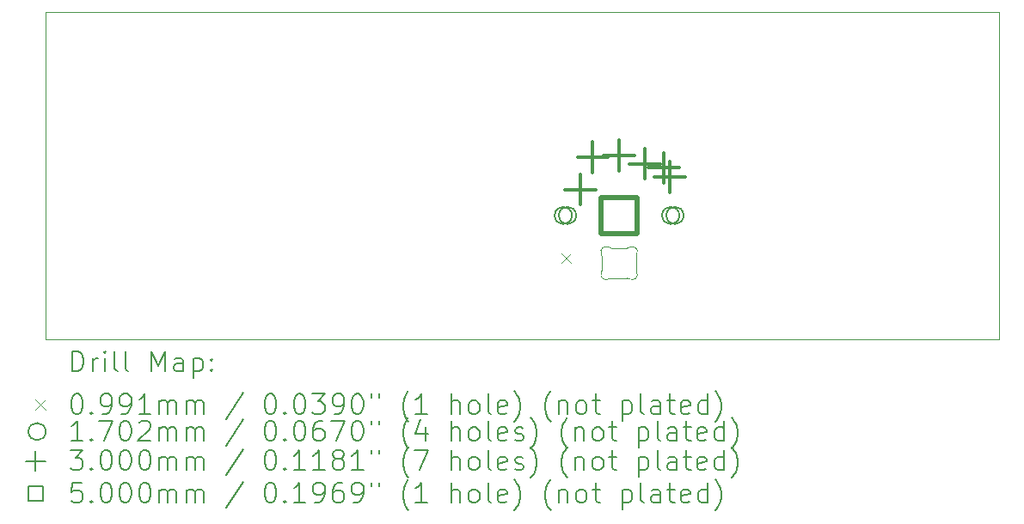
<source format=gbr>
%TF.GenerationSoftware,KiCad,Pcbnew,8.0.1*%
%TF.CreationDate,2024-04-21T21:17:50-05:00*%
%TF.ProjectId,uC_test_PCB,75435f74-6573-4745-9f50-43422e6b6963,rev?*%
%TF.SameCoordinates,Original*%
%TF.FileFunction,Drillmap*%
%TF.FilePolarity,Positive*%
%FSLAX45Y45*%
G04 Gerber Fmt 4.5, Leading zero omitted, Abs format (unit mm)*
G04 Created by KiCad (PCBNEW 8.0.1) date 2024-04-21 21:17:50*
%MOMM*%
%LPD*%
G01*
G04 APERTURE LIST*
%ADD10C,0.050000*%
%ADD11C,0.100000*%
%ADD12C,0.200000*%
%ADD13C,0.170180*%
%ADD14C,0.300000*%
%ADD15C,0.500000*%
G04 APERTURE END LIST*
D10*
X10378440Y-9829800D02*
X19766280Y-9829800D01*
X19766280Y-13055600D01*
X10378440Y-13055600D01*
X10378440Y-9829800D01*
D11*
X15852648Y-12371811D02*
X15852648Y-12231242D01*
X15943203Y-12151527D02*
X16102093Y-12151527D01*
X16102093Y-12451527D02*
X15943203Y-12451527D01*
X16192648Y-12231242D02*
X16192648Y-12371811D01*
X15847700Y-12209555D02*
G75*
G02*
X15852648Y-12231242I-44982J-21672D01*
G01*
X15847700Y-12209555D02*
G75*
G02*
X15917977Y-12144697I45052J21687D01*
G01*
X15852648Y-12371811D02*
G75*
G02*
X15847700Y-12393499I-50035J8D01*
G01*
X15917977Y-12458356D02*
G75*
G02*
X15847696Y-12393497I-25229J43170D01*
G01*
X15917977Y-12458357D02*
G75*
G02*
X15943203Y-12451527I25216J-43133D01*
G01*
X15943203Y-12151527D02*
G75*
G02*
X15917977Y-12144697I-9J49969D01*
G01*
X16102093Y-12451527D02*
G75*
G02*
X16127319Y-12458357I9J-49967D01*
G01*
X16127319Y-12144697D02*
G75*
G02*
X16102093Y-12151527I-25234J43200D01*
G01*
X16127319Y-12144697D02*
G75*
G02*
X16197596Y-12209555I25229J-43166D01*
G01*
X16192648Y-12231242D02*
G75*
G02*
X16197596Y-12209555I50035J-8D01*
G01*
X16197596Y-12393499D02*
G75*
G02*
X16127319Y-12458357I-45052J-21687D01*
G01*
X16197597Y-12393499D02*
G75*
G02*
X16192648Y-12371811I45015J21679D01*
G01*
D12*
D11*
X15451118Y-12202097D02*
X15550178Y-12301157D01*
X15550178Y-12202097D02*
X15451118Y-12301157D01*
D13*
X15557738Y-11831627D02*
G75*
G02*
X15387558Y-11831627I-85090J0D01*
G01*
X15387558Y-11831627D02*
G75*
G02*
X15557738Y-11831627I85090J0D01*
G01*
X15599738Y-11831627D02*
G75*
G02*
X15429558Y-11831627I-85090J0D01*
G01*
X15429558Y-11831627D02*
G75*
G02*
X15599738Y-11831627I85090J0D01*
G01*
X16615738Y-11831627D02*
G75*
G02*
X16445558Y-11831627I-85090J0D01*
G01*
X16445558Y-11831627D02*
G75*
G02*
X16615738Y-11831627I85090J0D01*
G01*
X16657738Y-11831627D02*
G75*
G02*
X16487558Y-11831627I-85090J0D01*
G01*
X16487558Y-11831627D02*
G75*
G02*
X16657738Y-11831627I85090J0D01*
G01*
D14*
X15641648Y-11427627D02*
X15641648Y-11727627D01*
X15491648Y-11577627D02*
X15791648Y-11577627D01*
X15762648Y-11106627D02*
X15762648Y-11406627D01*
X15612648Y-11256627D02*
X15912648Y-11256627D01*
X16022648Y-11091627D02*
X16022648Y-11391627D01*
X15872648Y-11241627D02*
X16172648Y-11241627D01*
X16276648Y-11173627D02*
X16276648Y-11473627D01*
X16126648Y-11323627D02*
X16426648Y-11323627D01*
X16462648Y-11211627D02*
X16462648Y-11511627D01*
X16312648Y-11361627D02*
X16612648Y-11361627D01*
X16522648Y-11301627D02*
X16522648Y-11601627D01*
X16372648Y-11451627D02*
X16672648Y-11451627D01*
X16522648Y-11306627D02*
X16522648Y-11606627D01*
X16372648Y-11456627D02*
X16672648Y-11456627D01*
D15*
X16199426Y-12008405D02*
X16199426Y-11654848D01*
X15845870Y-11654848D01*
X15845870Y-12008405D01*
X16199426Y-12008405D01*
D12*
X10636717Y-13369584D02*
X10636717Y-13169584D01*
X10636717Y-13169584D02*
X10684336Y-13169584D01*
X10684336Y-13169584D02*
X10712907Y-13179108D01*
X10712907Y-13179108D02*
X10731955Y-13198155D01*
X10731955Y-13198155D02*
X10741479Y-13217203D01*
X10741479Y-13217203D02*
X10751003Y-13255298D01*
X10751003Y-13255298D02*
X10751003Y-13283869D01*
X10751003Y-13283869D02*
X10741479Y-13321965D01*
X10741479Y-13321965D02*
X10731955Y-13341012D01*
X10731955Y-13341012D02*
X10712907Y-13360060D01*
X10712907Y-13360060D02*
X10684336Y-13369584D01*
X10684336Y-13369584D02*
X10636717Y-13369584D01*
X10836717Y-13369584D02*
X10836717Y-13236250D01*
X10836717Y-13274346D02*
X10846241Y-13255298D01*
X10846241Y-13255298D02*
X10855764Y-13245774D01*
X10855764Y-13245774D02*
X10874812Y-13236250D01*
X10874812Y-13236250D02*
X10893860Y-13236250D01*
X10960526Y-13369584D02*
X10960526Y-13236250D01*
X10960526Y-13169584D02*
X10951003Y-13179108D01*
X10951003Y-13179108D02*
X10960526Y-13188631D01*
X10960526Y-13188631D02*
X10970050Y-13179108D01*
X10970050Y-13179108D02*
X10960526Y-13169584D01*
X10960526Y-13169584D02*
X10960526Y-13188631D01*
X11084336Y-13369584D02*
X11065288Y-13360060D01*
X11065288Y-13360060D02*
X11055764Y-13341012D01*
X11055764Y-13341012D02*
X11055764Y-13169584D01*
X11189098Y-13369584D02*
X11170050Y-13360060D01*
X11170050Y-13360060D02*
X11160526Y-13341012D01*
X11160526Y-13341012D02*
X11160526Y-13169584D01*
X11417669Y-13369584D02*
X11417669Y-13169584D01*
X11417669Y-13169584D02*
X11484336Y-13312441D01*
X11484336Y-13312441D02*
X11551002Y-13169584D01*
X11551002Y-13169584D02*
X11551002Y-13369584D01*
X11731955Y-13369584D02*
X11731955Y-13264822D01*
X11731955Y-13264822D02*
X11722431Y-13245774D01*
X11722431Y-13245774D02*
X11703383Y-13236250D01*
X11703383Y-13236250D02*
X11665288Y-13236250D01*
X11665288Y-13236250D02*
X11646241Y-13245774D01*
X11731955Y-13360060D02*
X11712907Y-13369584D01*
X11712907Y-13369584D02*
X11665288Y-13369584D01*
X11665288Y-13369584D02*
X11646241Y-13360060D01*
X11646241Y-13360060D02*
X11636717Y-13341012D01*
X11636717Y-13341012D02*
X11636717Y-13321965D01*
X11636717Y-13321965D02*
X11646241Y-13302917D01*
X11646241Y-13302917D02*
X11665288Y-13293393D01*
X11665288Y-13293393D02*
X11712907Y-13293393D01*
X11712907Y-13293393D02*
X11731955Y-13283869D01*
X11827193Y-13236250D02*
X11827193Y-13436250D01*
X11827193Y-13245774D02*
X11846241Y-13236250D01*
X11846241Y-13236250D02*
X11884336Y-13236250D01*
X11884336Y-13236250D02*
X11903383Y-13245774D01*
X11903383Y-13245774D02*
X11912907Y-13255298D01*
X11912907Y-13255298D02*
X11922431Y-13274346D01*
X11922431Y-13274346D02*
X11922431Y-13331488D01*
X11922431Y-13331488D02*
X11912907Y-13350536D01*
X11912907Y-13350536D02*
X11903383Y-13360060D01*
X11903383Y-13360060D02*
X11884336Y-13369584D01*
X11884336Y-13369584D02*
X11846241Y-13369584D01*
X11846241Y-13369584D02*
X11827193Y-13360060D01*
X12008145Y-13350536D02*
X12017669Y-13360060D01*
X12017669Y-13360060D02*
X12008145Y-13369584D01*
X12008145Y-13369584D02*
X11998622Y-13360060D01*
X11998622Y-13360060D02*
X12008145Y-13350536D01*
X12008145Y-13350536D02*
X12008145Y-13369584D01*
X12008145Y-13245774D02*
X12017669Y-13255298D01*
X12017669Y-13255298D02*
X12008145Y-13264822D01*
X12008145Y-13264822D02*
X11998622Y-13255298D01*
X11998622Y-13255298D02*
X12008145Y-13245774D01*
X12008145Y-13245774D02*
X12008145Y-13264822D01*
D11*
X10276880Y-13648570D02*
X10375940Y-13747630D01*
X10375940Y-13648570D02*
X10276880Y-13747630D01*
D12*
X10674812Y-13589584D02*
X10693860Y-13589584D01*
X10693860Y-13589584D02*
X10712907Y-13599108D01*
X10712907Y-13599108D02*
X10722431Y-13608631D01*
X10722431Y-13608631D02*
X10731955Y-13627679D01*
X10731955Y-13627679D02*
X10741479Y-13665774D01*
X10741479Y-13665774D02*
X10741479Y-13713393D01*
X10741479Y-13713393D02*
X10731955Y-13751488D01*
X10731955Y-13751488D02*
X10722431Y-13770536D01*
X10722431Y-13770536D02*
X10712907Y-13780060D01*
X10712907Y-13780060D02*
X10693860Y-13789584D01*
X10693860Y-13789584D02*
X10674812Y-13789584D01*
X10674812Y-13789584D02*
X10655764Y-13780060D01*
X10655764Y-13780060D02*
X10646241Y-13770536D01*
X10646241Y-13770536D02*
X10636717Y-13751488D01*
X10636717Y-13751488D02*
X10627193Y-13713393D01*
X10627193Y-13713393D02*
X10627193Y-13665774D01*
X10627193Y-13665774D02*
X10636717Y-13627679D01*
X10636717Y-13627679D02*
X10646241Y-13608631D01*
X10646241Y-13608631D02*
X10655764Y-13599108D01*
X10655764Y-13599108D02*
X10674812Y-13589584D01*
X10827193Y-13770536D02*
X10836717Y-13780060D01*
X10836717Y-13780060D02*
X10827193Y-13789584D01*
X10827193Y-13789584D02*
X10817669Y-13780060D01*
X10817669Y-13780060D02*
X10827193Y-13770536D01*
X10827193Y-13770536D02*
X10827193Y-13789584D01*
X10931955Y-13789584D02*
X10970050Y-13789584D01*
X10970050Y-13789584D02*
X10989098Y-13780060D01*
X10989098Y-13780060D02*
X10998622Y-13770536D01*
X10998622Y-13770536D02*
X11017669Y-13741965D01*
X11017669Y-13741965D02*
X11027193Y-13703869D01*
X11027193Y-13703869D02*
X11027193Y-13627679D01*
X11027193Y-13627679D02*
X11017669Y-13608631D01*
X11017669Y-13608631D02*
X11008145Y-13599108D01*
X11008145Y-13599108D02*
X10989098Y-13589584D01*
X10989098Y-13589584D02*
X10951003Y-13589584D01*
X10951003Y-13589584D02*
X10931955Y-13599108D01*
X10931955Y-13599108D02*
X10922431Y-13608631D01*
X10922431Y-13608631D02*
X10912907Y-13627679D01*
X10912907Y-13627679D02*
X10912907Y-13675298D01*
X10912907Y-13675298D02*
X10922431Y-13694346D01*
X10922431Y-13694346D02*
X10931955Y-13703869D01*
X10931955Y-13703869D02*
X10951003Y-13713393D01*
X10951003Y-13713393D02*
X10989098Y-13713393D01*
X10989098Y-13713393D02*
X11008145Y-13703869D01*
X11008145Y-13703869D02*
X11017669Y-13694346D01*
X11017669Y-13694346D02*
X11027193Y-13675298D01*
X11122431Y-13789584D02*
X11160526Y-13789584D01*
X11160526Y-13789584D02*
X11179574Y-13780060D01*
X11179574Y-13780060D02*
X11189098Y-13770536D01*
X11189098Y-13770536D02*
X11208145Y-13741965D01*
X11208145Y-13741965D02*
X11217669Y-13703869D01*
X11217669Y-13703869D02*
X11217669Y-13627679D01*
X11217669Y-13627679D02*
X11208145Y-13608631D01*
X11208145Y-13608631D02*
X11198622Y-13599108D01*
X11198622Y-13599108D02*
X11179574Y-13589584D01*
X11179574Y-13589584D02*
X11141479Y-13589584D01*
X11141479Y-13589584D02*
X11122431Y-13599108D01*
X11122431Y-13599108D02*
X11112907Y-13608631D01*
X11112907Y-13608631D02*
X11103384Y-13627679D01*
X11103384Y-13627679D02*
X11103384Y-13675298D01*
X11103384Y-13675298D02*
X11112907Y-13694346D01*
X11112907Y-13694346D02*
X11122431Y-13703869D01*
X11122431Y-13703869D02*
X11141479Y-13713393D01*
X11141479Y-13713393D02*
X11179574Y-13713393D01*
X11179574Y-13713393D02*
X11198622Y-13703869D01*
X11198622Y-13703869D02*
X11208145Y-13694346D01*
X11208145Y-13694346D02*
X11217669Y-13675298D01*
X11408145Y-13789584D02*
X11293860Y-13789584D01*
X11351002Y-13789584D02*
X11351002Y-13589584D01*
X11351002Y-13589584D02*
X11331955Y-13618155D01*
X11331955Y-13618155D02*
X11312907Y-13637203D01*
X11312907Y-13637203D02*
X11293860Y-13646727D01*
X11493860Y-13789584D02*
X11493860Y-13656250D01*
X11493860Y-13675298D02*
X11503383Y-13665774D01*
X11503383Y-13665774D02*
X11522431Y-13656250D01*
X11522431Y-13656250D02*
X11551003Y-13656250D01*
X11551003Y-13656250D02*
X11570050Y-13665774D01*
X11570050Y-13665774D02*
X11579574Y-13684822D01*
X11579574Y-13684822D02*
X11579574Y-13789584D01*
X11579574Y-13684822D02*
X11589098Y-13665774D01*
X11589098Y-13665774D02*
X11608145Y-13656250D01*
X11608145Y-13656250D02*
X11636717Y-13656250D01*
X11636717Y-13656250D02*
X11655764Y-13665774D01*
X11655764Y-13665774D02*
X11665288Y-13684822D01*
X11665288Y-13684822D02*
X11665288Y-13789584D01*
X11760526Y-13789584D02*
X11760526Y-13656250D01*
X11760526Y-13675298D02*
X11770050Y-13665774D01*
X11770050Y-13665774D02*
X11789098Y-13656250D01*
X11789098Y-13656250D02*
X11817669Y-13656250D01*
X11817669Y-13656250D02*
X11836717Y-13665774D01*
X11836717Y-13665774D02*
X11846241Y-13684822D01*
X11846241Y-13684822D02*
X11846241Y-13789584D01*
X11846241Y-13684822D02*
X11855764Y-13665774D01*
X11855764Y-13665774D02*
X11874812Y-13656250D01*
X11874812Y-13656250D02*
X11903383Y-13656250D01*
X11903383Y-13656250D02*
X11922431Y-13665774D01*
X11922431Y-13665774D02*
X11931955Y-13684822D01*
X11931955Y-13684822D02*
X11931955Y-13789584D01*
X12322431Y-13580060D02*
X12151003Y-13837203D01*
X12579574Y-13589584D02*
X12598622Y-13589584D01*
X12598622Y-13589584D02*
X12617669Y-13599108D01*
X12617669Y-13599108D02*
X12627193Y-13608631D01*
X12627193Y-13608631D02*
X12636717Y-13627679D01*
X12636717Y-13627679D02*
X12646241Y-13665774D01*
X12646241Y-13665774D02*
X12646241Y-13713393D01*
X12646241Y-13713393D02*
X12636717Y-13751488D01*
X12636717Y-13751488D02*
X12627193Y-13770536D01*
X12627193Y-13770536D02*
X12617669Y-13780060D01*
X12617669Y-13780060D02*
X12598622Y-13789584D01*
X12598622Y-13789584D02*
X12579574Y-13789584D01*
X12579574Y-13789584D02*
X12560526Y-13780060D01*
X12560526Y-13780060D02*
X12551003Y-13770536D01*
X12551003Y-13770536D02*
X12541479Y-13751488D01*
X12541479Y-13751488D02*
X12531955Y-13713393D01*
X12531955Y-13713393D02*
X12531955Y-13665774D01*
X12531955Y-13665774D02*
X12541479Y-13627679D01*
X12541479Y-13627679D02*
X12551003Y-13608631D01*
X12551003Y-13608631D02*
X12560526Y-13599108D01*
X12560526Y-13599108D02*
X12579574Y-13589584D01*
X12731955Y-13770536D02*
X12741479Y-13780060D01*
X12741479Y-13780060D02*
X12731955Y-13789584D01*
X12731955Y-13789584D02*
X12722431Y-13780060D01*
X12722431Y-13780060D02*
X12731955Y-13770536D01*
X12731955Y-13770536D02*
X12731955Y-13789584D01*
X12865288Y-13589584D02*
X12884336Y-13589584D01*
X12884336Y-13589584D02*
X12903384Y-13599108D01*
X12903384Y-13599108D02*
X12912907Y-13608631D01*
X12912907Y-13608631D02*
X12922431Y-13627679D01*
X12922431Y-13627679D02*
X12931955Y-13665774D01*
X12931955Y-13665774D02*
X12931955Y-13713393D01*
X12931955Y-13713393D02*
X12922431Y-13751488D01*
X12922431Y-13751488D02*
X12912907Y-13770536D01*
X12912907Y-13770536D02*
X12903384Y-13780060D01*
X12903384Y-13780060D02*
X12884336Y-13789584D01*
X12884336Y-13789584D02*
X12865288Y-13789584D01*
X12865288Y-13789584D02*
X12846241Y-13780060D01*
X12846241Y-13780060D02*
X12836717Y-13770536D01*
X12836717Y-13770536D02*
X12827193Y-13751488D01*
X12827193Y-13751488D02*
X12817669Y-13713393D01*
X12817669Y-13713393D02*
X12817669Y-13665774D01*
X12817669Y-13665774D02*
X12827193Y-13627679D01*
X12827193Y-13627679D02*
X12836717Y-13608631D01*
X12836717Y-13608631D02*
X12846241Y-13599108D01*
X12846241Y-13599108D02*
X12865288Y-13589584D01*
X12998622Y-13589584D02*
X13122431Y-13589584D01*
X13122431Y-13589584D02*
X13055765Y-13665774D01*
X13055765Y-13665774D02*
X13084336Y-13665774D01*
X13084336Y-13665774D02*
X13103384Y-13675298D01*
X13103384Y-13675298D02*
X13112907Y-13684822D01*
X13112907Y-13684822D02*
X13122431Y-13703869D01*
X13122431Y-13703869D02*
X13122431Y-13751488D01*
X13122431Y-13751488D02*
X13112907Y-13770536D01*
X13112907Y-13770536D02*
X13103384Y-13780060D01*
X13103384Y-13780060D02*
X13084336Y-13789584D01*
X13084336Y-13789584D02*
X13027193Y-13789584D01*
X13027193Y-13789584D02*
X13008146Y-13780060D01*
X13008146Y-13780060D02*
X12998622Y-13770536D01*
X13217669Y-13789584D02*
X13255765Y-13789584D01*
X13255765Y-13789584D02*
X13274812Y-13780060D01*
X13274812Y-13780060D02*
X13284336Y-13770536D01*
X13284336Y-13770536D02*
X13303384Y-13741965D01*
X13303384Y-13741965D02*
X13312907Y-13703869D01*
X13312907Y-13703869D02*
X13312907Y-13627679D01*
X13312907Y-13627679D02*
X13303384Y-13608631D01*
X13303384Y-13608631D02*
X13293860Y-13599108D01*
X13293860Y-13599108D02*
X13274812Y-13589584D01*
X13274812Y-13589584D02*
X13236717Y-13589584D01*
X13236717Y-13589584D02*
X13217669Y-13599108D01*
X13217669Y-13599108D02*
X13208146Y-13608631D01*
X13208146Y-13608631D02*
X13198622Y-13627679D01*
X13198622Y-13627679D02*
X13198622Y-13675298D01*
X13198622Y-13675298D02*
X13208146Y-13694346D01*
X13208146Y-13694346D02*
X13217669Y-13703869D01*
X13217669Y-13703869D02*
X13236717Y-13713393D01*
X13236717Y-13713393D02*
X13274812Y-13713393D01*
X13274812Y-13713393D02*
X13293860Y-13703869D01*
X13293860Y-13703869D02*
X13303384Y-13694346D01*
X13303384Y-13694346D02*
X13312907Y-13675298D01*
X13436717Y-13589584D02*
X13455765Y-13589584D01*
X13455765Y-13589584D02*
X13474812Y-13599108D01*
X13474812Y-13599108D02*
X13484336Y-13608631D01*
X13484336Y-13608631D02*
X13493860Y-13627679D01*
X13493860Y-13627679D02*
X13503384Y-13665774D01*
X13503384Y-13665774D02*
X13503384Y-13713393D01*
X13503384Y-13713393D02*
X13493860Y-13751488D01*
X13493860Y-13751488D02*
X13484336Y-13770536D01*
X13484336Y-13770536D02*
X13474812Y-13780060D01*
X13474812Y-13780060D02*
X13455765Y-13789584D01*
X13455765Y-13789584D02*
X13436717Y-13789584D01*
X13436717Y-13789584D02*
X13417669Y-13780060D01*
X13417669Y-13780060D02*
X13408146Y-13770536D01*
X13408146Y-13770536D02*
X13398622Y-13751488D01*
X13398622Y-13751488D02*
X13389098Y-13713393D01*
X13389098Y-13713393D02*
X13389098Y-13665774D01*
X13389098Y-13665774D02*
X13398622Y-13627679D01*
X13398622Y-13627679D02*
X13408146Y-13608631D01*
X13408146Y-13608631D02*
X13417669Y-13599108D01*
X13417669Y-13599108D02*
X13436717Y-13589584D01*
X13579574Y-13589584D02*
X13579574Y-13627679D01*
X13655765Y-13589584D02*
X13655765Y-13627679D01*
X13951003Y-13865774D02*
X13941479Y-13856250D01*
X13941479Y-13856250D02*
X13922431Y-13827679D01*
X13922431Y-13827679D02*
X13912908Y-13808631D01*
X13912908Y-13808631D02*
X13903384Y-13780060D01*
X13903384Y-13780060D02*
X13893860Y-13732441D01*
X13893860Y-13732441D02*
X13893860Y-13694346D01*
X13893860Y-13694346D02*
X13903384Y-13646727D01*
X13903384Y-13646727D02*
X13912908Y-13618155D01*
X13912908Y-13618155D02*
X13922431Y-13599108D01*
X13922431Y-13599108D02*
X13941479Y-13570536D01*
X13941479Y-13570536D02*
X13951003Y-13561012D01*
X14131955Y-13789584D02*
X14017669Y-13789584D01*
X14074812Y-13789584D02*
X14074812Y-13589584D01*
X14074812Y-13589584D02*
X14055765Y-13618155D01*
X14055765Y-13618155D02*
X14036717Y-13637203D01*
X14036717Y-13637203D02*
X14017669Y-13646727D01*
X14370050Y-13789584D02*
X14370050Y-13589584D01*
X14455765Y-13789584D02*
X14455765Y-13684822D01*
X14455765Y-13684822D02*
X14446241Y-13665774D01*
X14446241Y-13665774D02*
X14427193Y-13656250D01*
X14427193Y-13656250D02*
X14398622Y-13656250D01*
X14398622Y-13656250D02*
X14379574Y-13665774D01*
X14379574Y-13665774D02*
X14370050Y-13675298D01*
X14579574Y-13789584D02*
X14560527Y-13780060D01*
X14560527Y-13780060D02*
X14551003Y-13770536D01*
X14551003Y-13770536D02*
X14541479Y-13751488D01*
X14541479Y-13751488D02*
X14541479Y-13694346D01*
X14541479Y-13694346D02*
X14551003Y-13675298D01*
X14551003Y-13675298D02*
X14560527Y-13665774D01*
X14560527Y-13665774D02*
X14579574Y-13656250D01*
X14579574Y-13656250D02*
X14608146Y-13656250D01*
X14608146Y-13656250D02*
X14627193Y-13665774D01*
X14627193Y-13665774D02*
X14636717Y-13675298D01*
X14636717Y-13675298D02*
X14646241Y-13694346D01*
X14646241Y-13694346D02*
X14646241Y-13751488D01*
X14646241Y-13751488D02*
X14636717Y-13770536D01*
X14636717Y-13770536D02*
X14627193Y-13780060D01*
X14627193Y-13780060D02*
X14608146Y-13789584D01*
X14608146Y-13789584D02*
X14579574Y-13789584D01*
X14760527Y-13789584D02*
X14741479Y-13780060D01*
X14741479Y-13780060D02*
X14731955Y-13761012D01*
X14731955Y-13761012D02*
X14731955Y-13589584D01*
X14912908Y-13780060D02*
X14893860Y-13789584D01*
X14893860Y-13789584D02*
X14855765Y-13789584D01*
X14855765Y-13789584D02*
X14836717Y-13780060D01*
X14836717Y-13780060D02*
X14827193Y-13761012D01*
X14827193Y-13761012D02*
X14827193Y-13684822D01*
X14827193Y-13684822D02*
X14836717Y-13665774D01*
X14836717Y-13665774D02*
X14855765Y-13656250D01*
X14855765Y-13656250D02*
X14893860Y-13656250D01*
X14893860Y-13656250D02*
X14912908Y-13665774D01*
X14912908Y-13665774D02*
X14922431Y-13684822D01*
X14922431Y-13684822D02*
X14922431Y-13703869D01*
X14922431Y-13703869D02*
X14827193Y-13722917D01*
X14989098Y-13865774D02*
X14998622Y-13856250D01*
X14998622Y-13856250D02*
X15017670Y-13827679D01*
X15017670Y-13827679D02*
X15027193Y-13808631D01*
X15027193Y-13808631D02*
X15036717Y-13780060D01*
X15036717Y-13780060D02*
X15046241Y-13732441D01*
X15046241Y-13732441D02*
X15046241Y-13694346D01*
X15046241Y-13694346D02*
X15036717Y-13646727D01*
X15036717Y-13646727D02*
X15027193Y-13618155D01*
X15027193Y-13618155D02*
X15017670Y-13599108D01*
X15017670Y-13599108D02*
X14998622Y-13570536D01*
X14998622Y-13570536D02*
X14989098Y-13561012D01*
X15351003Y-13865774D02*
X15341479Y-13856250D01*
X15341479Y-13856250D02*
X15322431Y-13827679D01*
X15322431Y-13827679D02*
X15312908Y-13808631D01*
X15312908Y-13808631D02*
X15303384Y-13780060D01*
X15303384Y-13780060D02*
X15293860Y-13732441D01*
X15293860Y-13732441D02*
X15293860Y-13694346D01*
X15293860Y-13694346D02*
X15303384Y-13646727D01*
X15303384Y-13646727D02*
X15312908Y-13618155D01*
X15312908Y-13618155D02*
X15322431Y-13599108D01*
X15322431Y-13599108D02*
X15341479Y-13570536D01*
X15341479Y-13570536D02*
X15351003Y-13561012D01*
X15427193Y-13656250D02*
X15427193Y-13789584D01*
X15427193Y-13675298D02*
X15436717Y-13665774D01*
X15436717Y-13665774D02*
X15455765Y-13656250D01*
X15455765Y-13656250D02*
X15484336Y-13656250D01*
X15484336Y-13656250D02*
X15503384Y-13665774D01*
X15503384Y-13665774D02*
X15512908Y-13684822D01*
X15512908Y-13684822D02*
X15512908Y-13789584D01*
X15636717Y-13789584D02*
X15617670Y-13780060D01*
X15617670Y-13780060D02*
X15608146Y-13770536D01*
X15608146Y-13770536D02*
X15598622Y-13751488D01*
X15598622Y-13751488D02*
X15598622Y-13694346D01*
X15598622Y-13694346D02*
X15608146Y-13675298D01*
X15608146Y-13675298D02*
X15617670Y-13665774D01*
X15617670Y-13665774D02*
X15636717Y-13656250D01*
X15636717Y-13656250D02*
X15665289Y-13656250D01*
X15665289Y-13656250D02*
X15684336Y-13665774D01*
X15684336Y-13665774D02*
X15693860Y-13675298D01*
X15693860Y-13675298D02*
X15703384Y-13694346D01*
X15703384Y-13694346D02*
X15703384Y-13751488D01*
X15703384Y-13751488D02*
X15693860Y-13770536D01*
X15693860Y-13770536D02*
X15684336Y-13780060D01*
X15684336Y-13780060D02*
X15665289Y-13789584D01*
X15665289Y-13789584D02*
X15636717Y-13789584D01*
X15760527Y-13656250D02*
X15836717Y-13656250D01*
X15789098Y-13589584D02*
X15789098Y-13761012D01*
X15789098Y-13761012D02*
X15798622Y-13780060D01*
X15798622Y-13780060D02*
X15817670Y-13789584D01*
X15817670Y-13789584D02*
X15836717Y-13789584D01*
X16055765Y-13656250D02*
X16055765Y-13856250D01*
X16055765Y-13665774D02*
X16074812Y-13656250D01*
X16074812Y-13656250D02*
X16112908Y-13656250D01*
X16112908Y-13656250D02*
X16131955Y-13665774D01*
X16131955Y-13665774D02*
X16141479Y-13675298D01*
X16141479Y-13675298D02*
X16151003Y-13694346D01*
X16151003Y-13694346D02*
X16151003Y-13751488D01*
X16151003Y-13751488D02*
X16141479Y-13770536D01*
X16141479Y-13770536D02*
X16131955Y-13780060D01*
X16131955Y-13780060D02*
X16112908Y-13789584D01*
X16112908Y-13789584D02*
X16074812Y-13789584D01*
X16074812Y-13789584D02*
X16055765Y-13780060D01*
X16265289Y-13789584D02*
X16246241Y-13780060D01*
X16246241Y-13780060D02*
X16236717Y-13761012D01*
X16236717Y-13761012D02*
X16236717Y-13589584D01*
X16427193Y-13789584D02*
X16427193Y-13684822D01*
X16427193Y-13684822D02*
X16417670Y-13665774D01*
X16417670Y-13665774D02*
X16398622Y-13656250D01*
X16398622Y-13656250D02*
X16360527Y-13656250D01*
X16360527Y-13656250D02*
X16341479Y-13665774D01*
X16427193Y-13780060D02*
X16408146Y-13789584D01*
X16408146Y-13789584D02*
X16360527Y-13789584D01*
X16360527Y-13789584D02*
X16341479Y-13780060D01*
X16341479Y-13780060D02*
X16331955Y-13761012D01*
X16331955Y-13761012D02*
X16331955Y-13741965D01*
X16331955Y-13741965D02*
X16341479Y-13722917D01*
X16341479Y-13722917D02*
X16360527Y-13713393D01*
X16360527Y-13713393D02*
X16408146Y-13713393D01*
X16408146Y-13713393D02*
X16427193Y-13703869D01*
X16493860Y-13656250D02*
X16570051Y-13656250D01*
X16522432Y-13589584D02*
X16522432Y-13761012D01*
X16522432Y-13761012D02*
X16531955Y-13780060D01*
X16531955Y-13780060D02*
X16551003Y-13789584D01*
X16551003Y-13789584D02*
X16570051Y-13789584D01*
X16712908Y-13780060D02*
X16693860Y-13789584D01*
X16693860Y-13789584D02*
X16655765Y-13789584D01*
X16655765Y-13789584D02*
X16636717Y-13780060D01*
X16636717Y-13780060D02*
X16627193Y-13761012D01*
X16627193Y-13761012D02*
X16627193Y-13684822D01*
X16627193Y-13684822D02*
X16636717Y-13665774D01*
X16636717Y-13665774D02*
X16655765Y-13656250D01*
X16655765Y-13656250D02*
X16693860Y-13656250D01*
X16693860Y-13656250D02*
X16712908Y-13665774D01*
X16712908Y-13665774D02*
X16722432Y-13684822D01*
X16722432Y-13684822D02*
X16722432Y-13703869D01*
X16722432Y-13703869D02*
X16627193Y-13722917D01*
X16893860Y-13789584D02*
X16893860Y-13589584D01*
X16893860Y-13780060D02*
X16874813Y-13789584D01*
X16874813Y-13789584D02*
X16836717Y-13789584D01*
X16836717Y-13789584D02*
X16817670Y-13780060D01*
X16817670Y-13780060D02*
X16808146Y-13770536D01*
X16808146Y-13770536D02*
X16798622Y-13751488D01*
X16798622Y-13751488D02*
X16798622Y-13694346D01*
X16798622Y-13694346D02*
X16808146Y-13675298D01*
X16808146Y-13675298D02*
X16817670Y-13665774D01*
X16817670Y-13665774D02*
X16836717Y-13656250D01*
X16836717Y-13656250D02*
X16874813Y-13656250D01*
X16874813Y-13656250D02*
X16893860Y-13665774D01*
X16970051Y-13865774D02*
X16979575Y-13856250D01*
X16979575Y-13856250D02*
X16998622Y-13827679D01*
X16998622Y-13827679D02*
X17008146Y-13808631D01*
X17008146Y-13808631D02*
X17017670Y-13780060D01*
X17017670Y-13780060D02*
X17027194Y-13732441D01*
X17027194Y-13732441D02*
X17027194Y-13694346D01*
X17027194Y-13694346D02*
X17017670Y-13646727D01*
X17017670Y-13646727D02*
X17008146Y-13618155D01*
X17008146Y-13618155D02*
X16998622Y-13599108D01*
X16998622Y-13599108D02*
X16979575Y-13570536D01*
X16979575Y-13570536D02*
X16970051Y-13561012D01*
D13*
X10375940Y-13962100D02*
G75*
G02*
X10205760Y-13962100I-85090J0D01*
G01*
X10205760Y-13962100D02*
G75*
G02*
X10375940Y-13962100I85090J0D01*
G01*
D12*
X10741479Y-14053584D02*
X10627193Y-14053584D01*
X10684336Y-14053584D02*
X10684336Y-13853584D01*
X10684336Y-13853584D02*
X10665288Y-13882155D01*
X10665288Y-13882155D02*
X10646241Y-13901203D01*
X10646241Y-13901203D02*
X10627193Y-13910727D01*
X10827193Y-14034536D02*
X10836717Y-14044060D01*
X10836717Y-14044060D02*
X10827193Y-14053584D01*
X10827193Y-14053584D02*
X10817669Y-14044060D01*
X10817669Y-14044060D02*
X10827193Y-14034536D01*
X10827193Y-14034536D02*
X10827193Y-14053584D01*
X10903384Y-13853584D02*
X11036717Y-13853584D01*
X11036717Y-13853584D02*
X10951003Y-14053584D01*
X11151003Y-13853584D02*
X11170050Y-13853584D01*
X11170050Y-13853584D02*
X11189098Y-13863108D01*
X11189098Y-13863108D02*
X11198622Y-13872631D01*
X11198622Y-13872631D02*
X11208145Y-13891679D01*
X11208145Y-13891679D02*
X11217669Y-13929774D01*
X11217669Y-13929774D02*
X11217669Y-13977393D01*
X11217669Y-13977393D02*
X11208145Y-14015488D01*
X11208145Y-14015488D02*
X11198622Y-14034536D01*
X11198622Y-14034536D02*
X11189098Y-14044060D01*
X11189098Y-14044060D02*
X11170050Y-14053584D01*
X11170050Y-14053584D02*
X11151003Y-14053584D01*
X11151003Y-14053584D02*
X11131955Y-14044060D01*
X11131955Y-14044060D02*
X11122431Y-14034536D01*
X11122431Y-14034536D02*
X11112907Y-14015488D01*
X11112907Y-14015488D02*
X11103384Y-13977393D01*
X11103384Y-13977393D02*
X11103384Y-13929774D01*
X11103384Y-13929774D02*
X11112907Y-13891679D01*
X11112907Y-13891679D02*
X11122431Y-13872631D01*
X11122431Y-13872631D02*
X11131955Y-13863108D01*
X11131955Y-13863108D02*
X11151003Y-13853584D01*
X11293860Y-13872631D02*
X11303383Y-13863108D01*
X11303383Y-13863108D02*
X11322431Y-13853584D01*
X11322431Y-13853584D02*
X11370050Y-13853584D01*
X11370050Y-13853584D02*
X11389098Y-13863108D01*
X11389098Y-13863108D02*
X11398622Y-13872631D01*
X11398622Y-13872631D02*
X11408145Y-13891679D01*
X11408145Y-13891679D02*
X11408145Y-13910727D01*
X11408145Y-13910727D02*
X11398622Y-13939298D01*
X11398622Y-13939298D02*
X11284336Y-14053584D01*
X11284336Y-14053584D02*
X11408145Y-14053584D01*
X11493860Y-14053584D02*
X11493860Y-13920250D01*
X11493860Y-13939298D02*
X11503383Y-13929774D01*
X11503383Y-13929774D02*
X11522431Y-13920250D01*
X11522431Y-13920250D02*
X11551003Y-13920250D01*
X11551003Y-13920250D02*
X11570050Y-13929774D01*
X11570050Y-13929774D02*
X11579574Y-13948822D01*
X11579574Y-13948822D02*
X11579574Y-14053584D01*
X11579574Y-13948822D02*
X11589098Y-13929774D01*
X11589098Y-13929774D02*
X11608145Y-13920250D01*
X11608145Y-13920250D02*
X11636717Y-13920250D01*
X11636717Y-13920250D02*
X11655764Y-13929774D01*
X11655764Y-13929774D02*
X11665288Y-13948822D01*
X11665288Y-13948822D02*
X11665288Y-14053584D01*
X11760526Y-14053584D02*
X11760526Y-13920250D01*
X11760526Y-13939298D02*
X11770050Y-13929774D01*
X11770050Y-13929774D02*
X11789098Y-13920250D01*
X11789098Y-13920250D02*
X11817669Y-13920250D01*
X11817669Y-13920250D02*
X11836717Y-13929774D01*
X11836717Y-13929774D02*
X11846241Y-13948822D01*
X11846241Y-13948822D02*
X11846241Y-14053584D01*
X11846241Y-13948822D02*
X11855764Y-13929774D01*
X11855764Y-13929774D02*
X11874812Y-13920250D01*
X11874812Y-13920250D02*
X11903383Y-13920250D01*
X11903383Y-13920250D02*
X11922431Y-13929774D01*
X11922431Y-13929774D02*
X11931955Y-13948822D01*
X11931955Y-13948822D02*
X11931955Y-14053584D01*
X12322431Y-13844060D02*
X12151003Y-14101203D01*
X12579574Y-13853584D02*
X12598622Y-13853584D01*
X12598622Y-13853584D02*
X12617669Y-13863108D01*
X12617669Y-13863108D02*
X12627193Y-13872631D01*
X12627193Y-13872631D02*
X12636717Y-13891679D01*
X12636717Y-13891679D02*
X12646241Y-13929774D01*
X12646241Y-13929774D02*
X12646241Y-13977393D01*
X12646241Y-13977393D02*
X12636717Y-14015488D01*
X12636717Y-14015488D02*
X12627193Y-14034536D01*
X12627193Y-14034536D02*
X12617669Y-14044060D01*
X12617669Y-14044060D02*
X12598622Y-14053584D01*
X12598622Y-14053584D02*
X12579574Y-14053584D01*
X12579574Y-14053584D02*
X12560526Y-14044060D01*
X12560526Y-14044060D02*
X12551003Y-14034536D01*
X12551003Y-14034536D02*
X12541479Y-14015488D01*
X12541479Y-14015488D02*
X12531955Y-13977393D01*
X12531955Y-13977393D02*
X12531955Y-13929774D01*
X12531955Y-13929774D02*
X12541479Y-13891679D01*
X12541479Y-13891679D02*
X12551003Y-13872631D01*
X12551003Y-13872631D02*
X12560526Y-13863108D01*
X12560526Y-13863108D02*
X12579574Y-13853584D01*
X12731955Y-14034536D02*
X12741479Y-14044060D01*
X12741479Y-14044060D02*
X12731955Y-14053584D01*
X12731955Y-14053584D02*
X12722431Y-14044060D01*
X12722431Y-14044060D02*
X12731955Y-14034536D01*
X12731955Y-14034536D02*
X12731955Y-14053584D01*
X12865288Y-13853584D02*
X12884336Y-13853584D01*
X12884336Y-13853584D02*
X12903384Y-13863108D01*
X12903384Y-13863108D02*
X12912907Y-13872631D01*
X12912907Y-13872631D02*
X12922431Y-13891679D01*
X12922431Y-13891679D02*
X12931955Y-13929774D01*
X12931955Y-13929774D02*
X12931955Y-13977393D01*
X12931955Y-13977393D02*
X12922431Y-14015488D01*
X12922431Y-14015488D02*
X12912907Y-14034536D01*
X12912907Y-14034536D02*
X12903384Y-14044060D01*
X12903384Y-14044060D02*
X12884336Y-14053584D01*
X12884336Y-14053584D02*
X12865288Y-14053584D01*
X12865288Y-14053584D02*
X12846241Y-14044060D01*
X12846241Y-14044060D02*
X12836717Y-14034536D01*
X12836717Y-14034536D02*
X12827193Y-14015488D01*
X12827193Y-14015488D02*
X12817669Y-13977393D01*
X12817669Y-13977393D02*
X12817669Y-13929774D01*
X12817669Y-13929774D02*
X12827193Y-13891679D01*
X12827193Y-13891679D02*
X12836717Y-13872631D01*
X12836717Y-13872631D02*
X12846241Y-13863108D01*
X12846241Y-13863108D02*
X12865288Y-13853584D01*
X13103384Y-13853584D02*
X13065288Y-13853584D01*
X13065288Y-13853584D02*
X13046241Y-13863108D01*
X13046241Y-13863108D02*
X13036717Y-13872631D01*
X13036717Y-13872631D02*
X13017669Y-13901203D01*
X13017669Y-13901203D02*
X13008146Y-13939298D01*
X13008146Y-13939298D02*
X13008146Y-14015488D01*
X13008146Y-14015488D02*
X13017669Y-14034536D01*
X13017669Y-14034536D02*
X13027193Y-14044060D01*
X13027193Y-14044060D02*
X13046241Y-14053584D01*
X13046241Y-14053584D02*
X13084336Y-14053584D01*
X13084336Y-14053584D02*
X13103384Y-14044060D01*
X13103384Y-14044060D02*
X13112907Y-14034536D01*
X13112907Y-14034536D02*
X13122431Y-14015488D01*
X13122431Y-14015488D02*
X13122431Y-13967869D01*
X13122431Y-13967869D02*
X13112907Y-13948822D01*
X13112907Y-13948822D02*
X13103384Y-13939298D01*
X13103384Y-13939298D02*
X13084336Y-13929774D01*
X13084336Y-13929774D02*
X13046241Y-13929774D01*
X13046241Y-13929774D02*
X13027193Y-13939298D01*
X13027193Y-13939298D02*
X13017669Y-13948822D01*
X13017669Y-13948822D02*
X13008146Y-13967869D01*
X13189098Y-13853584D02*
X13322431Y-13853584D01*
X13322431Y-13853584D02*
X13236717Y-14053584D01*
X13436717Y-13853584D02*
X13455765Y-13853584D01*
X13455765Y-13853584D02*
X13474812Y-13863108D01*
X13474812Y-13863108D02*
X13484336Y-13872631D01*
X13484336Y-13872631D02*
X13493860Y-13891679D01*
X13493860Y-13891679D02*
X13503384Y-13929774D01*
X13503384Y-13929774D02*
X13503384Y-13977393D01*
X13503384Y-13977393D02*
X13493860Y-14015488D01*
X13493860Y-14015488D02*
X13484336Y-14034536D01*
X13484336Y-14034536D02*
X13474812Y-14044060D01*
X13474812Y-14044060D02*
X13455765Y-14053584D01*
X13455765Y-14053584D02*
X13436717Y-14053584D01*
X13436717Y-14053584D02*
X13417669Y-14044060D01*
X13417669Y-14044060D02*
X13408146Y-14034536D01*
X13408146Y-14034536D02*
X13398622Y-14015488D01*
X13398622Y-14015488D02*
X13389098Y-13977393D01*
X13389098Y-13977393D02*
X13389098Y-13929774D01*
X13389098Y-13929774D02*
X13398622Y-13891679D01*
X13398622Y-13891679D02*
X13408146Y-13872631D01*
X13408146Y-13872631D02*
X13417669Y-13863108D01*
X13417669Y-13863108D02*
X13436717Y-13853584D01*
X13579574Y-13853584D02*
X13579574Y-13891679D01*
X13655765Y-13853584D02*
X13655765Y-13891679D01*
X13951003Y-14129774D02*
X13941479Y-14120250D01*
X13941479Y-14120250D02*
X13922431Y-14091679D01*
X13922431Y-14091679D02*
X13912908Y-14072631D01*
X13912908Y-14072631D02*
X13903384Y-14044060D01*
X13903384Y-14044060D02*
X13893860Y-13996441D01*
X13893860Y-13996441D02*
X13893860Y-13958346D01*
X13893860Y-13958346D02*
X13903384Y-13910727D01*
X13903384Y-13910727D02*
X13912908Y-13882155D01*
X13912908Y-13882155D02*
X13922431Y-13863108D01*
X13922431Y-13863108D02*
X13941479Y-13834536D01*
X13941479Y-13834536D02*
X13951003Y-13825012D01*
X14112908Y-13920250D02*
X14112908Y-14053584D01*
X14065288Y-13844060D02*
X14017669Y-13986917D01*
X14017669Y-13986917D02*
X14141479Y-13986917D01*
X14370050Y-14053584D02*
X14370050Y-13853584D01*
X14455765Y-14053584D02*
X14455765Y-13948822D01*
X14455765Y-13948822D02*
X14446241Y-13929774D01*
X14446241Y-13929774D02*
X14427193Y-13920250D01*
X14427193Y-13920250D02*
X14398622Y-13920250D01*
X14398622Y-13920250D02*
X14379574Y-13929774D01*
X14379574Y-13929774D02*
X14370050Y-13939298D01*
X14579574Y-14053584D02*
X14560527Y-14044060D01*
X14560527Y-14044060D02*
X14551003Y-14034536D01*
X14551003Y-14034536D02*
X14541479Y-14015488D01*
X14541479Y-14015488D02*
X14541479Y-13958346D01*
X14541479Y-13958346D02*
X14551003Y-13939298D01*
X14551003Y-13939298D02*
X14560527Y-13929774D01*
X14560527Y-13929774D02*
X14579574Y-13920250D01*
X14579574Y-13920250D02*
X14608146Y-13920250D01*
X14608146Y-13920250D02*
X14627193Y-13929774D01*
X14627193Y-13929774D02*
X14636717Y-13939298D01*
X14636717Y-13939298D02*
X14646241Y-13958346D01*
X14646241Y-13958346D02*
X14646241Y-14015488D01*
X14646241Y-14015488D02*
X14636717Y-14034536D01*
X14636717Y-14034536D02*
X14627193Y-14044060D01*
X14627193Y-14044060D02*
X14608146Y-14053584D01*
X14608146Y-14053584D02*
X14579574Y-14053584D01*
X14760527Y-14053584D02*
X14741479Y-14044060D01*
X14741479Y-14044060D02*
X14731955Y-14025012D01*
X14731955Y-14025012D02*
X14731955Y-13853584D01*
X14912908Y-14044060D02*
X14893860Y-14053584D01*
X14893860Y-14053584D02*
X14855765Y-14053584D01*
X14855765Y-14053584D02*
X14836717Y-14044060D01*
X14836717Y-14044060D02*
X14827193Y-14025012D01*
X14827193Y-14025012D02*
X14827193Y-13948822D01*
X14827193Y-13948822D02*
X14836717Y-13929774D01*
X14836717Y-13929774D02*
X14855765Y-13920250D01*
X14855765Y-13920250D02*
X14893860Y-13920250D01*
X14893860Y-13920250D02*
X14912908Y-13929774D01*
X14912908Y-13929774D02*
X14922431Y-13948822D01*
X14922431Y-13948822D02*
X14922431Y-13967869D01*
X14922431Y-13967869D02*
X14827193Y-13986917D01*
X14998622Y-14044060D02*
X15017670Y-14053584D01*
X15017670Y-14053584D02*
X15055765Y-14053584D01*
X15055765Y-14053584D02*
X15074812Y-14044060D01*
X15074812Y-14044060D02*
X15084336Y-14025012D01*
X15084336Y-14025012D02*
X15084336Y-14015488D01*
X15084336Y-14015488D02*
X15074812Y-13996441D01*
X15074812Y-13996441D02*
X15055765Y-13986917D01*
X15055765Y-13986917D02*
X15027193Y-13986917D01*
X15027193Y-13986917D02*
X15008146Y-13977393D01*
X15008146Y-13977393D02*
X14998622Y-13958346D01*
X14998622Y-13958346D02*
X14998622Y-13948822D01*
X14998622Y-13948822D02*
X15008146Y-13929774D01*
X15008146Y-13929774D02*
X15027193Y-13920250D01*
X15027193Y-13920250D02*
X15055765Y-13920250D01*
X15055765Y-13920250D02*
X15074812Y-13929774D01*
X15151003Y-14129774D02*
X15160527Y-14120250D01*
X15160527Y-14120250D02*
X15179574Y-14091679D01*
X15179574Y-14091679D02*
X15189098Y-14072631D01*
X15189098Y-14072631D02*
X15198622Y-14044060D01*
X15198622Y-14044060D02*
X15208146Y-13996441D01*
X15208146Y-13996441D02*
X15208146Y-13958346D01*
X15208146Y-13958346D02*
X15198622Y-13910727D01*
X15198622Y-13910727D02*
X15189098Y-13882155D01*
X15189098Y-13882155D02*
X15179574Y-13863108D01*
X15179574Y-13863108D02*
X15160527Y-13834536D01*
X15160527Y-13834536D02*
X15151003Y-13825012D01*
X15512908Y-14129774D02*
X15503384Y-14120250D01*
X15503384Y-14120250D02*
X15484336Y-14091679D01*
X15484336Y-14091679D02*
X15474812Y-14072631D01*
X15474812Y-14072631D02*
X15465289Y-14044060D01*
X15465289Y-14044060D02*
X15455765Y-13996441D01*
X15455765Y-13996441D02*
X15455765Y-13958346D01*
X15455765Y-13958346D02*
X15465289Y-13910727D01*
X15465289Y-13910727D02*
X15474812Y-13882155D01*
X15474812Y-13882155D02*
X15484336Y-13863108D01*
X15484336Y-13863108D02*
X15503384Y-13834536D01*
X15503384Y-13834536D02*
X15512908Y-13825012D01*
X15589098Y-13920250D02*
X15589098Y-14053584D01*
X15589098Y-13939298D02*
X15598622Y-13929774D01*
X15598622Y-13929774D02*
X15617670Y-13920250D01*
X15617670Y-13920250D02*
X15646241Y-13920250D01*
X15646241Y-13920250D02*
X15665289Y-13929774D01*
X15665289Y-13929774D02*
X15674812Y-13948822D01*
X15674812Y-13948822D02*
X15674812Y-14053584D01*
X15798622Y-14053584D02*
X15779574Y-14044060D01*
X15779574Y-14044060D02*
X15770051Y-14034536D01*
X15770051Y-14034536D02*
X15760527Y-14015488D01*
X15760527Y-14015488D02*
X15760527Y-13958346D01*
X15760527Y-13958346D02*
X15770051Y-13939298D01*
X15770051Y-13939298D02*
X15779574Y-13929774D01*
X15779574Y-13929774D02*
X15798622Y-13920250D01*
X15798622Y-13920250D02*
X15827193Y-13920250D01*
X15827193Y-13920250D02*
X15846241Y-13929774D01*
X15846241Y-13929774D02*
X15855765Y-13939298D01*
X15855765Y-13939298D02*
X15865289Y-13958346D01*
X15865289Y-13958346D02*
X15865289Y-14015488D01*
X15865289Y-14015488D02*
X15855765Y-14034536D01*
X15855765Y-14034536D02*
X15846241Y-14044060D01*
X15846241Y-14044060D02*
X15827193Y-14053584D01*
X15827193Y-14053584D02*
X15798622Y-14053584D01*
X15922432Y-13920250D02*
X15998622Y-13920250D01*
X15951003Y-13853584D02*
X15951003Y-14025012D01*
X15951003Y-14025012D02*
X15960527Y-14044060D01*
X15960527Y-14044060D02*
X15979574Y-14053584D01*
X15979574Y-14053584D02*
X15998622Y-14053584D01*
X16217670Y-13920250D02*
X16217670Y-14120250D01*
X16217670Y-13929774D02*
X16236717Y-13920250D01*
X16236717Y-13920250D02*
X16274813Y-13920250D01*
X16274813Y-13920250D02*
X16293860Y-13929774D01*
X16293860Y-13929774D02*
X16303384Y-13939298D01*
X16303384Y-13939298D02*
X16312908Y-13958346D01*
X16312908Y-13958346D02*
X16312908Y-14015488D01*
X16312908Y-14015488D02*
X16303384Y-14034536D01*
X16303384Y-14034536D02*
X16293860Y-14044060D01*
X16293860Y-14044060D02*
X16274813Y-14053584D01*
X16274813Y-14053584D02*
X16236717Y-14053584D01*
X16236717Y-14053584D02*
X16217670Y-14044060D01*
X16427193Y-14053584D02*
X16408146Y-14044060D01*
X16408146Y-14044060D02*
X16398622Y-14025012D01*
X16398622Y-14025012D02*
X16398622Y-13853584D01*
X16589098Y-14053584D02*
X16589098Y-13948822D01*
X16589098Y-13948822D02*
X16579574Y-13929774D01*
X16579574Y-13929774D02*
X16560527Y-13920250D01*
X16560527Y-13920250D02*
X16522432Y-13920250D01*
X16522432Y-13920250D02*
X16503384Y-13929774D01*
X16589098Y-14044060D02*
X16570051Y-14053584D01*
X16570051Y-14053584D02*
X16522432Y-14053584D01*
X16522432Y-14053584D02*
X16503384Y-14044060D01*
X16503384Y-14044060D02*
X16493860Y-14025012D01*
X16493860Y-14025012D02*
X16493860Y-14005965D01*
X16493860Y-14005965D02*
X16503384Y-13986917D01*
X16503384Y-13986917D02*
X16522432Y-13977393D01*
X16522432Y-13977393D02*
X16570051Y-13977393D01*
X16570051Y-13977393D02*
X16589098Y-13967869D01*
X16655765Y-13920250D02*
X16731955Y-13920250D01*
X16684336Y-13853584D02*
X16684336Y-14025012D01*
X16684336Y-14025012D02*
X16693860Y-14044060D01*
X16693860Y-14044060D02*
X16712908Y-14053584D01*
X16712908Y-14053584D02*
X16731955Y-14053584D01*
X16874813Y-14044060D02*
X16855765Y-14053584D01*
X16855765Y-14053584D02*
X16817670Y-14053584D01*
X16817670Y-14053584D02*
X16798622Y-14044060D01*
X16798622Y-14044060D02*
X16789098Y-14025012D01*
X16789098Y-14025012D02*
X16789098Y-13948822D01*
X16789098Y-13948822D02*
X16798622Y-13929774D01*
X16798622Y-13929774D02*
X16817670Y-13920250D01*
X16817670Y-13920250D02*
X16855765Y-13920250D01*
X16855765Y-13920250D02*
X16874813Y-13929774D01*
X16874813Y-13929774D02*
X16884336Y-13948822D01*
X16884336Y-13948822D02*
X16884336Y-13967869D01*
X16884336Y-13967869D02*
X16789098Y-13986917D01*
X17055765Y-14053584D02*
X17055765Y-13853584D01*
X17055765Y-14044060D02*
X17036717Y-14053584D01*
X17036717Y-14053584D02*
X16998622Y-14053584D01*
X16998622Y-14053584D02*
X16979575Y-14044060D01*
X16979575Y-14044060D02*
X16970051Y-14034536D01*
X16970051Y-14034536D02*
X16960527Y-14015488D01*
X16960527Y-14015488D02*
X16960527Y-13958346D01*
X16960527Y-13958346D02*
X16970051Y-13939298D01*
X16970051Y-13939298D02*
X16979575Y-13929774D01*
X16979575Y-13929774D02*
X16998622Y-13920250D01*
X16998622Y-13920250D02*
X17036717Y-13920250D01*
X17036717Y-13920250D02*
X17055765Y-13929774D01*
X17131956Y-14129774D02*
X17141479Y-14120250D01*
X17141479Y-14120250D02*
X17160527Y-14091679D01*
X17160527Y-14091679D02*
X17170051Y-14072631D01*
X17170051Y-14072631D02*
X17179575Y-14044060D01*
X17179575Y-14044060D02*
X17189098Y-13996441D01*
X17189098Y-13996441D02*
X17189098Y-13958346D01*
X17189098Y-13958346D02*
X17179575Y-13910727D01*
X17179575Y-13910727D02*
X17170051Y-13882155D01*
X17170051Y-13882155D02*
X17160527Y-13863108D01*
X17160527Y-13863108D02*
X17141479Y-13834536D01*
X17141479Y-13834536D02*
X17131956Y-13825012D01*
X10275940Y-14152280D02*
X10275940Y-14352280D01*
X10175940Y-14252280D02*
X10375940Y-14252280D01*
X10617669Y-14143764D02*
X10741479Y-14143764D01*
X10741479Y-14143764D02*
X10674812Y-14219954D01*
X10674812Y-14219954D02*
X10703384Y-14219954D01*
X10703384Y-14219954D02*
X10722431Y-14229478D01*
X10722431Y-14229478D02*
X10731955Y-14239002D01*
X10731955Y-14239002D02*
X10741479Y-14258049D01*
X10741479Y-14258049D02*
X10741479Y-14305668D01*
X10741479Y-14305668D02*
X10731955Y-14324716D01*
X10731955Y-14324716D02*
X10722431Y-14334240D01*
X10722431Y-14334240D02*
X10703384Y-14343764D01*
X10703384Y-14343764D02*
X10646241Y-14343764D01*
X10646241Y-14343764D02*
X10627193Y-14334240D01*
X10627193Y-14334240D02*
X10617669Y-14324716D01*
X10827193Y-14324716D02*
X10836717Y-14334240D01*
X10836717Y-14334240D02*
X10827193Y-14343764D01*
X10827193Y-14343764D02*
X10817669Y-14334240D01*
X10817669Y-14334240D02*
X10827193Y-14324716D01*
X10827193Y-14324716D02*
X10827193Y-14343764D01*
X10960526Y-14143764D02*
X10979574Y-14143764D01*
X10979574Y-14143764D02*
X10998622Y-14153288D01*
X10998622Y-14153288D02*
X11008145Y-14162811D01*
X11008145Y-14162811D02*
X11017669Y-14181859D01*
X11017669Y-14181859D02*
X11027193Y-14219954D01*
X11027193Y-14219954D02*
X11027193Y-14267573D01*
X11027193Y-14267573D02*
X11017669Y-14305668D01*
X11017669Y-14305668D02*
X11008145Y-14324716D01*
X11008145Y-14324716D02*
X10998622Y-14334240D01*
X10998622Y-14334240D02*
X10979574Y-14343764D01*
X10979574Y-14343764D02*
X10960526Y-14343764D01*
X10960526Y-14343764D02*
X10941479Y-14334240D01*
X10941479Y-14334240D02*
X10931955Y-14324716D01*
X10931955Y-14324716D02*
X10922431Y-14305668D01*
X10922431Y-14305668D02*
X10912907Y-14267573D01*
X10912907Y-14267573D02*
X10912907Y-14219954D01*
X10912907Y-14219954D02*
X10922431Y-14181859D01*
X10922431Y-14181859D02*
X10931955Y-14162811D01*
X10931955Y-14162811D02*
X10941479Y-14153288D01*
X10941479Y-14153288D02*
X10960526Y-14143764D01*
X11151003Y-14143764D02*
X11170050Y-14143764D01*
X11170050Y-14143764D02*
X11189098Y-14153288D01*
X11189098Y-14153288D02*
X11198622Y-14162811D01*
X11198622Y-14162811D02*
X11208145Y-14181859D01*
X11208145Y-14181859D02*
X11217669Y-14219954D01*
X11217669Y-14219954D02*
X11217669Y-14267573D01*
X11217669Y-14267573D02*
X11208145Y-14305668D01*
X11208145Y-14305668D02*
X11198622Y-14324716D01*
X11198622Y-14324716D02*
X11189098Y-14334240D01*
X11189098Y-14334240D02*
X11170050Y-14343764D01*
X11170050Y-14343764D02*
X11151003Y-14343764D01*
X11151003Y-14343764D02*
X11131955Y-14334240D01*
X11131955Y-14334240D02*
X11122431Y-14324716D01*
X11122431Y-14324716D02*
X11112907Y-14305668D01*
X11112907Y-14305668D02*
X11103384Y-14267573D01*
X11103384Y-14267573D02*
X11103384Y-14219954D01*
X11103384Y-14219954D02*
X11112907Y-14181859D01*
X11112907Y-14181859D02*
X11122431Y-14162811D01*
X11122431Y-14162811D02*
X11131955Y-14153288D01*
X11131955Y-14153288D02*
X11151003Y-14143764D01*
X11341479Y-14143764D02*
X11360526Y-14143764D01*
X11360526Y-14143764D02*
X11379574Y-14153288D01*
X11379574Y-14153288D02*
X11389098Y-14162811D01*
X11389098Y-14162811D02*
X11398622Y-14181859D01*
X11398622Y-14181859D02*
X11408145Y-14219954D01*
X11408145Y-14219954D02*
X11408145Y-14267573D01*
X11408145Y-14267573D02*
X11398622Y-14305668D01*
X11398622Y-14305668D02*
X11389098Y-14324716D01*
X11389098Y-14324716D02*
X11379574Y-14334240D01*
X11379574Y-14334240D02*
X11360526Y-14343764D01*
X11360526Y-14343764D02*
X11341479Y-14343764D01*
X11341479Y-14343764D02*
X11322431Y-14334240D01*
X11322431Y-14334240D02*
X11312907Y-14324716D01*
X11312907Y-14324716D02*
X11303383Y-14305668D01*
X11303383Y-14305668D02*
X11293860Y-14267573D01*
X11293860Y-14267573D02*
X11293860Y-14219954D01*
X11293860Y-14219954D02*
X11303383Y-14181859D01*
X11303383Y-14181859D02*
X11312907Y-14162811D01*
X11312907Y-14162811D02*
X11322431Y-14153288D01*
X11322431Y-14153288D02*
X11341479Y-14143764D01*
X11493860Y-14343764D02*
X11493860Y-14210430D01*
X11493860Y-14229478D02*
X11503383Y-14219954D01*
X11503383Y-14219954D02*
X11522431Y-14210430D01*
X11522431Y-14210430D02*
X11551003Y-14210430D01*
X11551003Y-14210430D02*
X11570050Y-14219954D01*
X11570050Y-14219954D02*
X11579574Y-14239002D01*
X11579574Y-14239002D02*
X11579574Y-14343764D01*
X11579574Y-14239002D02*
X11589098Y-14219954D01*
X11589098Y-14219954D02*
X11608145Y-14210430D01*
X11608145Y-14210430D02*
X11636717Y-14210430D01*
X11636717Y-14210430D02*
X11655764Y-14219954D01*
X11655764Y-14219954D02*
X11665288Y-14239002D01*
X11665288Y-14239002D02*
X11665288Y-14343764D01*
X11760526Y-14343764D02*
X11760526Y-14210430D01*
X11760526Y-14229478D02*
X11770050Y-14219954D01*
X11770050Y-14219954D02*
X11789098Y-14210430D01*
X11789098Y-14210430D02*
X11817669Y-14210430D01*
X11817669Y-14210430D02*
X11836717Y-14219954D01*
X11836717Y-14219954D02*
X11846241Y-14239002D01*
X11846241Y-14239002D02*
X11846241Y-14343764D01*
X11846241Y-14239002D02*
X11855764Y-14219954D01*
X11855764Y-14219954D02*
X11874812Y-14210430D01*
X11874812Y-14210430D02*
X11903383Y-14210430D01*
X11903383Y-14210430D02*
X11922431Y-14219954D01*
X11922431Y-14219954D02*
X11931955Y-14239002D01*
X11931955Y-14239002D02*
X11931955Y-14343764D01*
X12322431Y-14134240D02*
X12151003Y-14391383D01*
X12579574Y-14143764D02*
X12598622Y-14143764D01*
X12598622Y-14143764D02*
X12617669Y-14153288D01*
X12617669Y-14153288D02*
X12627193Y-14162811D01*
X12627193Y-14162811D02*
X12636717Y-14181859D01*
X12636717Y-14181859D02*
X12646241Y-14219954D01*
X12646241Y-14219954D02*
X12646241Y-14267573D01*
X12646241Y-14267573D02*
X12636717Y-14305668D01*
X12636717Y-14305668D02*
X12627193Y-14324716D01*
X12627193Y-14324716D02*
X12617669Y-14334240D01*
X12617669Y-14334240D02*
X12598622Y-14343764D01*
X12598622Y-14343764D02*
X12579574Y-14343764D01*
X12579574Y-14343764D02*
X12560526Y-14334240D01*
X12560526Y-14334240D02*
X12551003Y-14324716D01*
X12551003Y-14324716D02*
X12541479Y-14305668D01*
X12541479Y-14305668D02*
X12531955Y-14267573D01*
X12531955Y-14267573D02*
X12531955Y-14219954D01*
X12531955Y-14219954D02*
X12541479Y-14181859D01*
X12541479Y-14181859D02*
X12551003Y-14162811D01*
X12551003Y-14162811D02*
X12560526Y-14153288D01*
X12560526Y-14153288D02*
X12579574Y-14143764D01*
X12731955Y-14324716D02*
X12741479Y-14334240D01*
X12741479Y-14334240D02*
X12731955Y-14343764D01*
X12731955Y-14343764D02*
X12722431Y-14334240D01*
X12722431Y-14334240D02*
X12731955Y-14324716D01*
X12731955Y-14324716D02*
X12731955Y-14343764D01*
X12931955Y-14343764D02*
X12817669Y-14343764D01*
X12874812Y-14343764D02*
X12874812Y-14143764D01*
X12874812Y-14143764D02*
X12855765Y-14172335D01*
X12855765Y-14172335D02*
X12836717Y-14191383D01*
X12836717Y-14191383D02*
X12817669Y-14200907D01*
X13122431Y-14343764D02*
X13008146Y-14343764D01*
X13065288Y-14343764D02*
X13065288Y-14143764D01*
X13065288Y-14143764D02*
X13046241Y-14172335D01*
X13046241Y-14172335D02*
X13027193Y-14191383D01*
X13027193Y-14191383D02*
X13008146Y-14200907D01*
X13236717Y-14229478D02*
X13217669Y-14219954D01*
X13217669Y-14219954D02*
X13208146Y-14210430D01*
X13208146Y-14210430D02*
X13198622Y-14191383D01*
X13198622Y-14191383D02*
X13198622Y-14181859D01*
X13198622Y-14181859D02*
X13208146Y-14162811D01*
X13208146Y-14162811D02*
X13217669Y-14153288D01*
X13217669Y-14153288D02*
X13236717Y-14143764D01*
X13236717Y-14143764D02*
X13274812Y-14143764D01*
X13274812Y-14143764D02*
X13293860Y-14153288D01*
X13293860Y-14153288D02*
X13303384Y-14162811D01*
X13303384Y-14162811D02*
X13312907Y-14181859D01*
X13312907Y-14181859D02*
X13312907Y-14191383D01*
X13312907Y-14191383D02*
X13303384Y-14210430D01*
X13303384Y-14210430D02*
X13293860Y-14219954D01*
X13293860Y-14219954D02*
X13274812Y-14229478D01*
X13274812Y-14229478D02*
X13236717Y-14229478D01*
X13236717Y-14229478D02*
X13217669Y-14239002D01*
X13217669Y-14239002D02*
X13208146Y-14248526D01*
X13208146Y-14248526D02*
X13198622Y-14267573D01*
X13198622Y-14267573D02*
X13198622Y-14305668D01*
X13198622Y-14305668D02*
X13208146Y-14324716D01*
X13208146Y-14324716D02*
X13217669Y-14334240D01*
X13217669Y-14334240D02*
X13236717Y-14343764D01*
X13236717Y-14343764D02*
X13274812Y-14343764D01*
X13274812Y-14343764D02*
X13293860Y-14334240D01*
X13293860Y-14334240D02*
X13303384Y-14324716D01*
X13303384Y-14324716D02*
X13312907Y-14305668D01*
X13312907Y-14305668D02*
X13312907Y-14267573D01*
X13312907Y-14267573D02*
X13303384Y-14248526D01*
X13303384Y-14248526D02*
X13293860Y-14239002D01*
X13293860Y-14239002D02*
X13274812Y-14229478D01*
X13503384Y-14343764D02*
X13389098Y-14343764D01*
X13446241Y-14343764D02*
X13446241Y-14143764D01*
X13446241Y-14143764D02*
X13427193Y-14172335D01*
X13427193Y-14172335D02*
X13408146Y-14191383D01*
X13408146Y-14191383D02*
X13389098Y-14200907D01*
X13579574Y-14143764D02*
X13579574Y-14181859D01*
X13655765Y-14143764D02*
X13655765Y-14181859D01*
X13951003Y-14419954D02*
X13941479Y-14410430D01*
X13941479Y-14410430D02*
X13922431Y-14381859D01*
X13922431Y-14381859D02*
X13912908Y-14362811D01*
X13912908Y-14362811D02*
X13903384Y-14334240D01*
X13903384Y-14334240D02*
X13893860Y-14286621D01*
X13893860Y-14286621D02*
X13893860Y-14248526D01*
X13893860Y-14248526D02*
X13903384Y-14200907D01*
X13903384Y-14200907D02*
X13912908Y-14172335D01*
X13912908Y-14172335D02*
X13922431Y-14153288D01*
X13922431Y-14153288D02*
X13941479Y-14124716D01*
X13941479Y-14124716D02*
X13951003Y-14115192D01*
X14008146Y-14143764D02*
X14141479Y-14143764D01*
X14141479Y-14143764D02*
X14055765Y-14343764D01*
X14370050Y-14343764D02*
X14370050Y-14143764D01*
X14455765Y-14343764D02*
X14455765Y-14239002D01*
X14455765Y-14239002D02*
X14446241Y-14219954D01*
X14446241Y-14219954D02*
X14427193Y-14210430D01*
X14427193Y-14210430D02*
X14398622Y-14210430D01*
X14398622Y-14210430D02*
X14379574Y-14219954D01*
X14379574Y-14219954D02*
X14370050Y-14229478D01*
X14579574Y-14343764D02*
X14560527Y-14334240D01*
X14560527Y-14334240D02*
X14551003Y-14324716D01*
X14551003Y-14324716D02*
X14541479Y-14305668D01*
X14541479Y-14305668D02*
X14541479Y-14248526D01*
X14541479Y-14248526D02*
X14551003Y-14229478D01*
X14551003Y-14229478D02*
X14560527Y-14219954D01*
X14560527Y-14219954D02*
X14579574Y-14210430D01*
X14579574Y-14210430D02*
X14608146Y-14210430D01*
X14608146Y-14210430D02*
X14627193Y-14219954D01*
X14627193Y-14219954D02*
X14636717Y-14229478D01*
X14636717Y-14229478D02*
X14646241Y-14248526D01*
X14646241Y-14248526D02*
X14646241Y-14305668D01*
X14646241Y-14305668D02*
X14636717Y-14324716D01*
X14636717Y-14324716D02*
X14627193Y-14334240D01*
X14627193Y-14334240D02*
X14608146Y-14343764D01*
X14608146Y-14343764D02*
X14579574Y-14343764D01*
X14760527Y-14343764D02*
X14741479Y-14334240D01*
X14741479Y-14334240D02*
X14731955Y-14315192D01*
X14731955Y-14315192D02*
X14731955Y-14143764D01*
X14912908Y-14334240D02*
X14893860Y-14343764D01*
X14893860Y-14343764D02*
X14855765Y-14343764D01*
X14855765Y-14343764D02*
X14836717Y-14334240D01*
X14836717Y-14334240D02*
X14827193Y-14315192D01*
X14827193Y-14315192D02*
X14827193Y-14239002D01*
X14827193Y-14239002D02*
X14836717Y-14219954D01*
X14836717Y-14219954D02*
X14855765Y-14210430D01*
X14855765Y-14210430D02*
X14893860Y-14210430D01*
X14893860Y-14210430D02*
X14912908Y-14219954D01*
X14912908Y-14219954D02*
X14922431Y-14239002D01*
X14922431Y-14239002D02*
X14922431Y-14258049D01*
X14922431Y-14258049D02*
X14827193Y-14277097D01*
X14998622Y-14334240D02*
X15017670Y-14343764D01*
X15017670Y-14343764D02*
X15055765Y-14343764D01*
X15055765Y-14343764D02*
X15074812Y-14334240D01*
X15074812Y-14334240D02*
X15084336Y-14315192D01*
X15084336Y-14315192D02*
X15084336Y-14305668D01*
X15084336Y-14305668D02*
X15074812Y-14286621D01*
X15074812Y-14286621D02*
X15055765Y-14277097D01*
X15055765Y-14277097D02*
X15027193Y-14277097D01*
X15027193Y-14277097D02*
X15008146Y-14267573D01*
X15008146Y-14267573D02*
X14998622Y-14248526D01*
X14998622Y-14248526D02*
X14998622Y-14239002D01*
X14998622Y-14239002D02*
X15008146Y-14219954D01*
X15008146Y-14219954D02*
X15027193Y-14210430D01*
X15027193Y-14210430D02*
X15055765Y-14210430D01*
X15055765Y-14210430D02*
X15074812Y-14219954D01*
X15151003Y-14419954D02*
X15160527Y-14410430D01*
X15160527Y-14410430D02*
X15179574Y-14381859D01*
X15179574Y-14381859D02*
X15189098Y-14362811D01*
X15189098Y-14362811D02*
X15198622Y-14334240D01*
X15198622Y-14334240D02*
X15208146Y-14286621D01*
X15208146Y-14286621D02*
X15208146Y-14248526D01*
X15208146Y-14248526D02*
X15198622Y-14200907D01*
X15198622Y-14200907D02*
X15189098Y-14172335D01*
X15189098Y-14172335D02*
X15179574Y-14153288D01*
X15179574Y-14153288D02*
X15160527Y-14124716D01*
X15160527Y-14124716D02*
X15151003Y-14115192D01*
X15512908Y-14419954D02*
X15503384Y-14410430D01*
X15503384Y-14410430D02*
X15484336Y-14381859D01*
X15484336Y-14381859D02*
X15474812Y-14362811D01*
X15474812Y-14362811D02*
X15465289Y-14334240D01*
X15465289Y-14334240D02*
X15455765Y-14286621D01*
X15455765Y-14286621D02*
X15455765Y-14248526D01*
X15455765Y-14248526D02*
X15465289Y-14200907D01*
X15465289Y-14200907D02*
X15474812Y-14172335D01*
X15474812Y-14172335D02*
X15484336Y-14153288D01*
X15484336Y-14153288D02*
X15503384Y-14124716D01*
X15503384Y-14124716D02*
X15512908Y-14115192D01*
X15589098Y-14210430D02*
X15589098Y-14343764D01*
X15589098Y-14229478D02*
X15598622Y-14219954D01*
X15598622Y-14219954D02*
X15617670Y-14210430D01*
X15617670Y-14210430D02*
X15646241Y-14210430D01*
X15646241Y-14210430D02*
X15665289Y-14219954D01*
X15665289Y-14219954D02*
X15674812Y-14239002D01*
X15674812Y-14239002D02*
X15674812Y-14343764D01*
X15798622Y-14343764D02*
X15779574Y-14334240D01*
X15779574Y-14334240D02*
X15770051Y-14324716D01*
X15770051Y-14324716D02*
X15760527Y-14305668D01*
X15760527Y-14305668D02*
X15760527Y-14248526D01*
X15760527Y-14248526D02*
X15770051Y-14229478D01*
X15770051Y-14229478D02*
X15779574Y-14219954D01*
X15779574Y-14219954D02*
X15798622Y-14210430D01*
X15798622Y-14210430D02*
X15827193Y-14210430D01*
X15827193Y-14210430D02*
X15846241Y-14219954D01*
X15846241Y-14219954D02*
X15855765Y-14229478D01*
X15855765Y-14229478D02*
X15865289Y-14248526D01*
X15865289Y-14248526D02*
X15865289Y-14305668D01*
X15865289Y-14305668D02*
X15855765Y-14324716D01*
X15855765Y-14324716D02*
X15846241Y-14334240D01*
X15846241Y-14334240D02*
X15827193Y-14343764D01*
X15827193Y-14343764D02*
X15798622Y-14343764D01*
X15922432Y-14210430D02*
X15998622Y-14210430D01*
X15951003Y-14143764D02*
X15951003Y-14315192D01*
X15951003Y-14315192D02*
X15960527Y-14334240D01*
X15960527Y-14334240D02*
X15979574Y-14343764D01*
X15979574Y-14343764D02*
X15998622Y-14343764D01*
X16217670Y-14210430D02*
X16217670Y-14410430D01*
X16217670Y-14219954D02*
X16236717Y-14210430D01*
X16236717Y-14210430D02*
X16274813Y-14210430D01*
X16274813Y-14210430D02*
X16293860Y-14219954D01*
X16293860Y-14219954D02*
X16303384Y-14229478D01*
X16303384Y-14229478D02*
X16312908Y-14248526D01*
X16312908Y-14248526D02*
X16312908Y-14305668D01*
X16312908Y-14305668D02*
X16303384Y-14324716D01*
X16303384Y-14324716D02*
X16293860Y-14334240D01*
X16293860Y-14334240D02*
X16274813Y-14343764D01*
X16274813Y-14343764D02*
X16236717Y-14343764D01*
X16236717Y-14343764D02*
X16217670Y-14334240D01*
X16427193Y-14343764D02*
X16408146Y-14334240D01*
X16408146Y-14334240D02*
X16398622Y-14315192D01*
X16398622Y-14315192D02*
X16398622Y-14143764D01*
X16589098Y-14343764D02*
X16589098Y-14239002D01*
X16589098Y-14239002D02*
X16579574Y-14219954D01*
X16579574Y-14219954D02*
X16560527Y-14210430D01*
X16560527Y-14210430D02*
X16522432Y-14210430D01*
X16522432Y-14210430D02*
X16503384Y-14219954D01*
X16589098Y-14334240D02*
X16570051Y-14343764D01*
X16570051Y-14343764D02*
X16522432Y-14343764D01*
X16522432Y-14343764D02*
X16503384Y-14334240D01*
X16503384Y-14334240D02*
X16493860Y-14315192D01*
X16493860Y-14315192D02*
X16493860Y-14296145D01*
X16493860Y-14296145D02*
X16503384Y-14277097D01*
X16503384Y-14277097D02*
X16522432Y-14267573D01*
X16522432Y-14267573D02*
X16570051Y-14267573D01*
X16570051Y-14267573D02*
X16589098Y-14258049D01*
X16655765Y-14210430D02*
X16731955Y-14210430D01*
X16684336Y-14143764D02*
X16684336Y-14315192D01*
X16684336Y-14315192D02*
X16693860Y-14334240D01*
X16693860Y-14334240D02*
X16712908Y-14343764D01*
X16712908Y-14343764D02*
X16731955Y-14343764D01*
X16874813Y-14334240D02*
X16855765Y-14343764D01*
X16855765Y-14343764D02*
X16817670Y-14343764D01*
X16817670Y-14343764D02*
X16798622Y-14334240D01*
X16798622Y-14334240D02*
X16789098Y-14315192D01*
X16789098Y-14315192D02*
X16789098Y-14239002D01*
X16789098Y-14239002D02*
X16798622Y-14219954D01*
X16798622Y-14219954D02*
X16817670Y-14210430D01*
X16817670Y-14210430D02*
X16855765Y-14210430D01*
X16855765Y-14210430D02*
X16874813Y-14219954D01*
X16874813Y-14219954D02*
X16884336Y-14239002D01*
X16884336Y-14239002D02*
X16884336Y-14258049D01*
X16884336Y-14258049D02*
X16789098Y-14277097D01*
X17055765Y-14343764D02*
X17055765Y-14143764D01*
X17055765Y-14334240D02*
X17036717Y-14343764D01*
X17036717Y-14343764D02*
X16998622Y-14343764D01*
X16998622Y-14343764D02*
X16979575Y-14334240D01*
X16979575Y-14334240D02*
X16970051Y-14324716D01*
X16970051Y-14324716D02*
X16960527Y-14305668D01*
X16960527Y-14305668D02*
X16960527Y-14248526D01*
X16960527Y-14248526D02*
X16970051Y-14229478D01*
X16970051Y-14229478D02*
X16979575Y-14219954D01*
X16979575Y-14219954D02*
X16998622Y-14210430D01*
X16998622Y-14210430D02*
X17036717Y-14210430D01*
X17036717Y-14210430D02*
X17055765Y-14219954D01*
X17131956Y-14419954D02*
X17141479Y-14410430D01*
X17141479Y-14410430D02*
X17160527Y-14381859D01*
X17160527Y-14381859D02*
X17170051Y-14362811D01*
X17170051Y-14362811D02*
X17179575Y-14334240D01*
X17179575Y-14334240D02*
X17189098Y-14286621D01*
X17189098Y-14286621D02*
X17189098Y-14248526D01*
X17189098Y-14248526D02*
X17179575Y-14200907D01*
X17179575Y-14200907D02*
X17170051Y-14172335D01*
X17170051Y-14172335D02*
X17160527Y-14153288D01*
X17160527Y-14153288D02*
X17141479Y-14124716D01*
X17141479Y-14124716D02*
X17131956Y-14115192D01*
X10346651Y-14642991D02*
X10346651Y-14501569D01*
X10205229Y-14501569D01*
X10205229Y-14642991D01*
X10346651Y-14642991D01*
X10731955Y-14463764D02*
X10636717Y-14463764D01*
X10636717Y-14463764D02*
X10627193Y-14559002D01*
X10627193Y-14559002D02*
X10636717Y-14549478D01*
X10636717Y-14549478D02*
X10655764Y-14539954D01*
X10655764Y-14539954D02*
X10703384Y-14539954D01*
X10703384Y-14539954D02*
X10722431Y-14549478D01*
X10722431Y-14549478D02*
X10731955Y-14559002D01*
X10731955Y-14559002D02*
X10741479Y-14578049D01*
X10741479Y-14578049D02*
X10741479Y-14625668D01*
X10741479Y-14625668D02*
X10731955Y-14644716D01*
X10731955Y-14644716D02*
X10722431Y-14654240D01*
X10722431Y-14654240D02*
X10703384Y-14663764D01*
X10703384Y-14663764D02*
X10655764Y-14663764D01*
X10655764Y-14663764D02*
X10636717Y-14654240D01*
X10636717Y-14654240D02*
X10627193Y-14644716D01*
X10827193Y-14644716D02*
X10836717Y-14654240D01*
X10836717Y-14654240D02*
X10827193Y-14663764D01*
X10827193Y-14663764D02*
X10817669Y-14654240D01*
X10817669Y-14654240D02*
X10827193Y-14644716D01*
X10827193Y-14644716D02*
X10827193Y-14663764D01*
X10960526Y-14463764D02*
X10979574Y-14463764D01*
X10979574Y-14463764D02*
X10998622Y-14473288D01*
X10998622Y-14473288D02*
X11008145Y-14482811D01*
X11008145Y-14482811D02*
X11017669Y-14501859D01*
X11017669Y-14501859D02*
X11027193Y-14539954D01*
X11027193Y-14539954D02*
X11027193Y-14587573D01*
X11027193Y-14587573D02*
X11017669Y-14625668D01*
X11017669Y-14625668D02*
X11008145Y-14644716D01*
X11008145Y-14644716D02*
X10998622Y-14654240D01*
X10998622Y-14654240D02*
X10979574Y-14663764D01*
X10979574Y-14663764D02*
X10960526Y-14663764D01*
X10960526Y-14663764D02*
X10941479Y-14654240D01*
X10941479Y-14654240D02*
X10931955Y-14644716D01*
X10931955Y-14644716D02*
X10922431Y-14625668D01*
X10922431Y-14625668D02*
X10912907Y-14587573D01*
X10912907Y-14587573D02*
X10912907Y-14539954D01*
X10912907Y-14539954D02*
X10922431Y-14501859D01*
X10922431Y-14501859D02*
X10931955Y-14482811D01*
X10931955Y-14482811D02*
X10941479Y-14473288D01*
X10941479Y-14473288D02*
X10960526Y-14463764D01*
X11151003Y-14463764D02*
X11170050Y-14463764D01*
X11170050Y-14463764D02*
X11189098Y-14473288D01*
X11189098Y-14473288D02*
X11198622Y-14482811D01*
X11198622Y-14482811D02*
X11208145Y-14501859D01*
X11208145Y-14501859D02*
X11217669Y-14539954D01*
X11217669Y-14539954D02*
X11217669Y-14587573D01*
X11217669Y-14587573D02*
X11208145Y-14625668D01*
X11208145Y-14625668D02*
X11198622Y-14644716D01*
X11198622Y-14644716D02*
X11189098Y-14654240D01*
X11189098Y-14654240D02*
X11170050Y-14663764D01*
X11170050Y-14663764D02*
X11151003Y-14663764D01*
X11151003Y-14663764D02*
X11131955Y-14654240D01*
X11131955Y-14654240D02*
X11122431Y-14644716D01*
X11122431Y-14644716D02*
X11112907Y-14625668D01*
X11112907Y-14625668D02*
X11103384Y-14587573D01*
X11103384Y-14587573D02*
X11103384Y-14539954D01*
X11103384Y-14539954D02*
X11112907Y-14501859D01*
X11112907Y-14501859D02*
X11122431Y-14482811D01*
X11122431Y-14482811D02*
X11131955Y-14473288D01*
X11131955Y-14473288D02*
X11151003Y-14463764D01*
X11341479Y-14463764D02*
X11360526Y-14463764D01*
X11360526Y-14463764D02*
X11379574Y-14473288D01*
X11379574Y-14473288D02*
X11389098Y-14482811D01*
X11389098Y-14482811D02*
X11398622Y-14501859D01*
X11398622Y-14501859D02*
X11408145Y-14539954D01*
X11408145Y-14539954D02*
X11408145Y-14587573D01*
X11408145Y-14587573D02*
X11398622Y-14625668D01*
X11398622Y-14625668D02*
X11389098Y-14644716D01*
X11389098Y-14644716D02*
X11379574Y-14654240D01*
X11379574Y-14654240D02*
X11360526Y-14663764D01*
X11360526Y-14663764D02*
X11341479Y-14663764D01*
X11341479Y-14663764D02*
X11322431Y-14654240D01*
X11322431Y-14654240D02*
X11312907Y-14644716D01*
X11312907Y-14644716D02*
X11303383Y-14625668D01*
X11303383Y-14625668D02*
X11293860Y-14587573D01*
X11293860Y-14587573D02*
X11293860Y-14539954D01*
X11293860Y-14539954D02*
X11303383Y-14501859D01*
X11303383Y-14501859D02*
X11312907Y-14482811D01*
X11312907Y-14482811D02*
X11322431Y-14473288D01*
X11322431Y-14473288D02*
X11341479Y-14463764D01*
X11493860Y-14663764D02*
X11493860Y-14530430D01*
X11493860Y-14549478D02*
X11503383Y-14539954D01*
X11503383Y-14539954D02*
X11522431Y-14530430D01*
X11522431Y-14530430D02*
X11551003Y-14530430D01*
X11551003Y-14530430D02*
X11570050Y-14539954D01*
X11570050Y-14539954D02*
X11579574Y-14559002D01*
X11579574Y-14559002D02*
X11579574Y-14663764D01*
X11579574Y-14559002D02*
X11589098Y-14539954D01*
X11589098Y-14539954D02*
X11608145Y-14530430D01*
X11608145Y-14530430D02*
X11636717Y-14530430D01*
X11636717Y-14530430D02*
X11655764Y-14539954D01*
X11655764Y-14539954D02*
X11665288Y-14559002D01*
X11665288Y-14559002D02*
X11665288Y-14663764D01*
X11760526Y-14663764D02*
X11760526Y-14530430D01*
X11760526Y-14549478D02*
X11770050Y-14539954D01*
X11770050Y-14539954D02*
X11789098Y-14530430D01*
X11789098Y-14530430D02*
X11817669Y-14530430D01*
X11817669Y-14530430D02*
X11836717Y-14539954D01*
X11836717Y-14539954D02*
X11846241Y-14559002D01*
X11846241Y-14559002D02*
X11846241Y-14663764D01*
X11846241Y-14559002D02*
X11855764Y-14539954D01*
X11855764Y-14539954D02*
X11874812Y-14530430D01*
X11874812Y-14530430D02*
X11903383Y-14530430D01*
X11903383Y-14530430D02*
X11922431Y-14539954D01*
X11922431Y-14539954D02*
X11931955Y-14559002D01*
X11931955Y-14559002D02*
X11931955Y-14663764D01*
X12322431Y-14454240D02*
X12151003Y-14711383D01*
X12579574Y-14463764D02*
X12598622Y-14463764D01*
X12598622Y-14463764D02*
X12617669Y-14473288D01*
X12617669Y-14473288D02*
X12627193Y-14482811D01*
X12627193Y-14482811D02*
X12636717Y-14501859D01*
X12636717Y-14501859D02*
X12646241Y-14539954D01*
X12646241Y-14539954D02*
X12646241Y-14587573D01*
X12646241Y-14587573D02*
X12636717Y-14625668D01*
X12636717Y-14625668D02*
X12627193Y-14644716D01*
X12627193Y-14644716D02*
X12617669Y-14654240D01*
X12617669Y-14654240D02*
X12598622Y-14663764D01*
X12598622Y-14663764D02*
X12579574Y-14663764D01*
X12579574Y-14663764D02*
X12560526Y-14654240D01*
X12560526Y-14654240D02*
X12551003Y-14644716D01*
X12551003Y-14644716D02*
X12541479Y-14625668D01*
X12541479Y-14625668D02*
X12531955Y-14587573D01*
X12531955Y-14587573D02*
X12531955Y-14539954D01*
X12531955Y-14539954D02*
X12541479Y-14501859D01*
X12541479Y-14501859D02*
X12551003Y-14482811D01*
X12551003Y-14482811D02*
X12560526Y-14473288D01*
X12560526Y-14473288D02*
X12579574Y-14463764D01*
X12731955Y-14644716D02*
X12741479Y-14654240D01*
X12741479Y-14654240D02*
X12731955Y-14663764D01*
X12731955Y-14663764D02*
X12722431Y-14654240D01*
X12722431Y-14654240D02*
X12731955Y-14644716D01*
X12731955Y-14644716D02*
X12731955Y-14663764D01*
X12931955Y-14663764D02*
X12817669Y-14663764D01*
X12874812Y-14663764D02*
X12874812Y-14463764D01*
X12874812Y-14463764D02*
X12855765Y-14492335D01*
X12855765Y-14492335D02*
X12836717Y-14511383D01*
X12836717Y-14511383D02*
X12817669Y-14520907D01*
X13027193Y-14663764D02*
X13065288Y-14663764D01*
X13065288Y-14663764D02*
X13084336Y-14654240D01*
X13084336Y-14654240D02*
X13093860Y-14644716D01*
X13093860Y-14644716D02*
X13112907Y-14616145D01*
X13112907Y-14616145D02*
X13122431Y-14578049D01*
X13122431Y-14578049D02*
X13122431Y-14501859D01*
X13122431Y-14501859D02*
X13112907Y-14482811D01*
X13112907Y-14482811D02*
X13103384Y-14473288D01*
X13103384Y-14473288D02*
X13084336Y-14463764D01*
X13084336Y-14463764D02*
X13046241Y-14463764D01*
X13046241Y-14463764D02*
X13027193Y-14473288D01*
X13027193Y-14473288D02*
X13017669Y-14482811D01*
X13017669Y-14482811D02*
X13008146Y-14501859D01*
X13008146Y-14501859D02*
X13008146Y-14549478D01*
X13008146Y-14549478D02*
X13017669Y-14568526D01*
X13017669Y-14568526D02*
X13027193Y-14578049D01*
X13027193Y-14578049D02*
X13046241Y-14587573D01*
X13046241Y-14587573D02*
X13084336Y-14587573D01*
X13084336Y-14587573D02*
X13103384Y-14578049D01*
X13103384Y-14578049D02*
X13112907Y-14568526D01*
X13112907Y-14568526D02*
X13122431Y-14549478D01*
X13293860Y-14463764D02*
X13255765Y-14463764D01*
X13255765Y-14463764D02*
X13236717Y-14473288D01*
X13236717Y-14473288D02*
X13227193Y-14482811D01*
X13227193Y-14482811D02*
X13208146Y-14511383D01*
X13208146Y-14511383D02*
X13198622Y-14549478D01*
X13198622Y-14549478D02*
X13198622Y-14625668D01*
X13198622Y-14625668D02*
X13208146Y-14644716D01*
X13208146Y-14644716D02*
X13217669Y-14654240D01*
X13217669Y-14654240D02*
X13236717Y-14663764D01*
X13236717Y-14663764D02*
X13274812Y-14663764D01*
X13274812Y-14663764D02*
X13293860Y-14654240D01*
X13293860Y-14654240D02*
X13303384Y-14644716D01*
X13303384Y-14644716D02*
X13312907Y-14625668D01*
X13312907Y-14625668D02*
X13312907Y-14578049D01*
X13312907Y-14578049D02*
X13303384Y-14559002D01*
X13303384Y-14559002D02*
X13293860Y-14549478D01*
X13293860Y-14549478D02*
X13274812Y-14539954D01*
X13274812Y-14539954D02*
X13236717Y-14539954D01*
X13236717Y-14539954D02*
X13217669Y-14549478D01*
X13217669Y-14549478D02*
X13208146Y-14559002D01*
X13208146Y-14559002D02*
X13198622Y-14578049D01*
X13408146Y-14663764D02*
X13446241Y-14663764D01*
X13446241Y-14663764D02*
X13465288Y-14654240D01*
X13465288Y-14654240D02*
X13474812Y-14644716D01*
X13474812Y-14644716D02*
X13493860Y-14616145D01*
X13493860Y-14616145D02*
X13503384Y-14578049D01*
X13503384Y-14578049D02*
X13503384Y-14501859D01*
X13503384Y-14501859D02*
X13493860Y-14482811D01*
X13493860Y-14482811D02*
X13484336Y-14473288D01*
X13484336Y-14473288D02*
X13465288Y-14463764D01*
X13465288Y-14463764D02*
X13427193Y-14463764D01*
X13427193Y-14463764D02*
X13408146Y-14473288D01*
X13408146Y-14473288D02*
X13398622Y-14482811D01*
X13398622Y-14482811D02*
X13389098Y-14501859D01*
X13389098Y-14501859D02*
X13389098Y-14549478D01*
X13389098Y-14549478D02*
X13398622Y-14568526D01*
X13398622Y-14568526D02*
X13408146Y-14578049D01*
X13408146Y-14578049D02*
X13427193Y-14587573D01*
X13427193Y-14587573D02*
X13465288Y-14587573D01*
X13465288Y-14587573D02*
X13484336Y-14578049D01*
X13484336Y-14578049D02*
X13493860Y-14568526D01*
X13493860Y-14568526D02*
X13503384Y-14549478D01*
X13579574Y-14463764D02*
X13579574Y-14501859D01*
X13655765Y-14463764D02*
X13655765Y-14501859D01*
X13951003Y-14739954D02*
X13941479Y-14730430D01*
X13941479Y-14730430D02*
X13922431Y-14701859D01*
X13922431Y-14701859D02*
X13912908Y-14682811D01*
X13912908Y-14682811D02*
X13903384Y-14654240D01*
X13903384Y-14654240D02*
X13893860Y-14606621D01*
X13893860Y-14606621D02*
X13893860Y-14568526D01*
X13893860Y-14568526D02*
X13903384Y-14520907D01*
X13903384Y-14520907D02*
X13912908Y-14492335D01*
X13912908Y-14492335D02*
X13922431Y-14473288D01*
X13922431Y-14473288D02*
X13941479Y-14444716D01*
X13941479Y-14444716D02*
X13951003Y-14435192D01*
X14131955Y-14663764D02*
X14017669Y-14663764D01*
X14074812Y-14663764D02*
X14074812Y-14463764D01*
X14074812Y-14463764D02*
X14055765Y-14492335D01*
X14055765Y-14492335D02*
X14036717Y-14511383D01*
X14036717Y-14511383D02*
X14017669Y-14520907D01*
X14370050Y-14663764D02*
X14370050Y-14463764D01*
X14455765Y-14663764D02*
X14455765Y-14559002D01*
X14455765Y-14559002D02*
X14446241Y-14539954D01*
X14446241Y-14539954D02*
X14427193Y-14530430D01*
X14427193Y-14530430D02*
X14398622Y-14530430D01*
X14398622Y-14530430D02*
X14379574Y-14539954D01*
X14379574Y-14539954D02*
X14370050Y-14549478D01*
X14579574Y-14663764D02*
X14560527Y-14654240D01*
X14560527Y-14654240D02*
X14551003Y-14644716D01*
X14551003Y-14644716D02*
X14541479Y-14625668D01*
X14541479Y-14625668D02*
X14541479Y-14568526D01*
X14541479Y-14568526D02*
X14551003Y-14549478D01*
X14551003Y-14549478D02*
X14560527Y-14539954D01*
X14560527Y-14539954D02*
X14579574Y-14530430D01*
X14579574Y-14530430D02*
X14608146Y-14530430D01*
X14608146Y-14530430D02*
X14627193Y-14539954D01*
X14627193Y-14539954D02*
X14636717Y-14549478D01*
X14636717Y-14549478D02*
X14646241Y-14568526D01*
X14646241Y-14568526D02*
X14646241Y-14625668D01*
X14646241Y-14625668D02*
X14636717Y-14644716D01*
X14636717Y-14644716D02*
X14627193Y-14654240D01*
X14627193Y-14654240D02*
X14608146Y-14663764D01*
X14608146Y-14663764D02*
X14579574Y-14663764D01*
X14760527Y-14663764D02*
X14741479Y-14654240D01*
X14741479Y-14654240D02*
X14731955Y-14635192D01*
X14731955Y-14635192D02*
X14731955Y-14463764D01*
X14912908Y-14654240D02*
X14893860Y-14663764D01*
X14893860Y-14663764D02*
X14855765Y-14663764D01*
X14855765Y-14663764D02*
X14836717Y-14654240D01*
X14836717Y-14654240D02*
X14827193Y-14635192D01*
X14827193Y-14635192D02*
X14827193Y-14559002D01*
X14827193Y-14559002D02*
X14836717Y-14539954D01*
X14836717Y-14539954D02*
X14855765Y-14530430D01*
X14855765Y-14530430D02*
X14893860Y-14530430D01*
X14893860Y-14530430D02*
X14912908Y-14539954D01*
X14912908Y-14539954D02*
X14922431Y-14559002D01*
X14922431Y-14559002D02*
X14922431Y-14578049D01*
X14922431Y-14578049D02*
X14827193Y-14597097D01*
X14989098Y-14739954D02*
X14998622Y-14730430D01*
X14998622Y-14730430D02*
X15017670Y-14701859D01*
X15017670Y-14701859D02*
X15027193Y-14682811D01*
X15027193Y-14682811D02*
X15036717Y-14654240D01*
X15036717Y-14654240D02*
X15046241Y-14606621D01*
X15046241Y-14606621D02*
X15046241Y-14568526D01*
X15046241Y-14568526D02*
X15036717Y-14520907D01*
X15036717Y-14520907D02*
X15027193Y-14492335D01*
X15027193Y-14492335D02*
X15017670Y-14473288D01*
X15017670Y-14473288D02*
X14998622Y-14444716D01*
X14998622Y-14444716D02*
X14989098Y-14435192D01*
X15351003Y-14739954D02*
X15341479Y-14730430D01*
X15341479Y-14730430D02*
X15322431Y-14701859D01*
X15322431Y-14701859D02*
X15312908Y-14682811D01*
X15312908Y-14682811D02*
X15303384Y-14654240D01*
X15303384Y-14654240D02*
X15293860Y-14606621D01*
X15293860Y-14606621D02*
X15293860Y-14568526D01*
X15293860Y-14568526D02*
X15303384Y-14520907D01*
X15303384Y-14520907D02*
X15312908Y-14492335D01*
X15312908Y-14492335D02*
X15322431Y-14473288D01*
X15322431Y-14473288D02*
X15341479Y-14444716D01*
X15341479Y-14444716D02*
X15351003Y-14435192D01*
X15427193Y-14530430D02*
X15427193Y-14663764D01*
X15427193Y-14549478D02*
X15436717Y-14539954D01*
X15436717Y-14539954D02*
X15455765Y-14530430D01*
X15455765Y-14530430D02*
X15484336Y-14530430D01*
X15484336Y-14530430D02*
X15503384Y-14539954D01*
X15503384Y-14539954D02*
X15512908Y-14559002D01*
X15512908Y-14559002D02*
X15512908Y-14663764D01*
X15636717Y-14663764D02*
X15617670Y-14654240D01*
X15617670Y-14654240D02*
X15608146Y-14644716D01*
X15608146Y-14644716D02*
X15598622Y-14625668D01*
X15598622Y-14625668D02*
X15598622Y-14568526D01*
X15598622Y-14568526D02*
X15608146Y-14549478D01*
X15608146Y-14549478D02*
X15617670Y-14539954D01*
X15617670Y-14539954D02*
X15636717Y-14530430D01*
X15636717Y-14530430D02*
X15665289Y-14530430D01*
X15665289Y-14530430D02*
X15684336Y-14539954D01*
X15684336Y-14539954D02*
X15693860Y-14549478D01*
X15693860Y-14549478D02*
X15703384Y-14568526D01*
X15703384Y-14568526D02*
X15703384Y-14625668D01*
X15703384Y-14625668D02*
X15693860Y-14644716D01*
X15693860Y-14644716D02*
X15684336Y-14654240D01*
X15684336Y-14654240D02*
X15665289Y-14663764D01*
X15665289Y-14663764D02*
X15636717Y-14663764D01*
X15760527Y-14530430D02*
X15836717Y-14530430D01*
X15789098Y-14463764D02*
X15789098Y-14635192D01*
X15789098Y-14635192D02*
X15798622Y-14654240D01*
X15798622Y-14654240D02*
X15817670Y-14663764D01*
X15817670Y-14663764D02*
X15836717Y-14663764D01*
X16055765Y-14530430D02*
X16055765Y-14730430D01*
X16055765Y-14539954D02*
X16074812Y-14530430D01*
X16074812Y-14530430D02*
X16112908Y-14530430D01*
X16112908Y-14530430D02*
X16131955Y-14539954D01*
X16131955Y-14539954D02*
X16141479Y-14549478D01*
X16141479Y-14549478D02*
X16151003Y-14568526D01*
X16151003Y-14568526D02*
X16151003Y-14625668D01*
X16151003Y-14625668D02*
X16141479Y-14644716D01*
X16141479Y-14644716D02*
X16131955Y-14654240D01*
X16131955Y-14654240D02*
X16112908Y-14663764D01*
X16112908Y-14663764D02*
X16074812Y-14663764D01*
X16074812Y-14663764D02*
X16055765Y-14654240D01*
X16265289Y-14663764D02*
X16246241Y-14654240D01*
X16246241Y-14654240D02*
X16236717Y-14635192D01*
X16236717Y-14635192D02*
X16236717Y-14463764D01*
X16427193Y-14663764D02*
X16427193Y-14559002D01*
X16427193Y-14559002D02*
X16417670Y-14539954D01*
X16417670Y-14539954D02*
X16398622Y-14530430D01*
X16398622Y-14530430D02*
X16360527Y-14530430D01*
X16360527Y-14530430D02*
X16341479Y-14539954D01*
X16427193Y-14654240D02*
X16408146Y-14663764D01*
X16408146Y-14663764D02*
X16360527Y-14663764D01*
X16360527Y-14663764D02*
X16341479Y-14654240D01*
X16341479Y-14654240D02*
X16331955Y-14635192D01*
X16331955Y-14635192D02*
X16331955Y-14616145D01*
X16331955Y-14616145D02*
X16341479Y-14597097D01*
X16341479Y-14597097D02*
X16360527Y-14587573D01*
X16360527Y-14587573D02*
X16408146Y-14587573D01*
X16408146Y-14587573D02*
X16427193Y-14578049D01*
X16493860Y-14530430D02*
X16570051Y-14530430D01*
X16522432Y-14463764D02*
X16522432Y-14635192D01*
X16522432Y-14635192D02*
X16531955Y-14654240D01*
X16531955Y-14654240D02*
X16551003Y-14663764D01*
X16551003Y-14663764D02*
X16570051Y-14663764D01*
X16712908Y-14654240D02*
X16693860Y-14663764D01*
X16693860Y-14663764D02*
X16655765Y-14663764D01*
X16655765Y-14663764D02*
X16636717Y-14654240D01*
X16636717Y-14654240D02*
X16627193Y-14635192D01*
X16627193Y-14635192D02*
X16627193Y-14559002D01*
X16627193Y-14559002D02*
X16636717Y-14539954D01*
X16636717Y-14539954D02*
X16655765Y-14530430D01*
X16655765Y-14530430D02*
X16693860Y-14530430D01*
X16693860Y-14530430D02*
X16712908Y-14539954D01*
X16712908Y-14539954D02*
X16722432Y-14559002D01*
X16722432Y-14559002D02*
X16722432Y-14578049D01*
X16722432Y-14578049D02*
X16627193Y-14597097D01*
X16893860Y-14663764D02*
X16893860Y-14463764D01*
X16893860Y-14654240D02*
X16874813Y-14663764D01*
X16874813Y-14663764D02*
X16836717Y-14663764D01*
X16836717Y-14663764D02*
X16817670Y-14654240D01*
X16817670Y-14654240D02*
X16808146Y-14644716D01*
X16808146Y-14644716D02*
X16798622Y-14625668D01*
X16798622Y-14625668D02*
X16798622Y-14568526D01*
X16798622Y-14568526D02*
X16808146Y-14549478D01*
X16808146Y-14549478D02*
X16817670Y-14539954D01*
X16817670Y-14539954D02*
X16836717Y-14530430D01*
X16836717Y-14530430D02*
X16874813Y-14530430D01*
X16874813Y-14530430D02*
X16893860Y-14539954D01*
X16970051Y-14739954D02*
X16979575Y-14730430D01*
X16979575Y-14730430D02*
X16998622Y-14701859D01*
X16998622Y-14701859D02*
X17008146Y-14682811D01*
X17008146Y-14682811D02*
X17017670Y-14654240D01*
X17017670Y-14654240D02*
X17027194Y-14606621D01*
X17027194Y-14606621D02*
X17027194Y-14568526D01*
X17027194Y-14568526D02*
X17017670Y-14520907D01*
X17017670Y-14520907D02*
X17008146Y-14492335D01*
X17008146Y-14492335D02*
X16998622Y-14473288D01*
X16998622Y-14473288D02*
X16979575Y-14444716D01*
X16979575Y-14444716D02*
X16970051Y-14435192D01*
M02*

</source>
